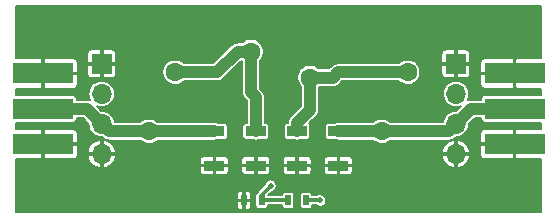
<source format=gtl>
G04 #@! TF.FileFunction,Copper,L1,Top,Signal*
%FSLAX46Y46*%
G04 Gerber Fmt 4.6, Leading zero omitted, Abs format (unit mm)*
G04 Created by KiCad (PCBNEW 4.0.7-e2-6376~58~ubuntu16.04.1) date Fri Jan 19 19:37:22 2018*
%MOMM*%
%LPD*%
G01*
G04 APERTURE LIST*
%ADD10C,0.100000*%
%ADD11C,0.500000*%
%ADD12R,5.080000X1.800000*%
%ADD13C,0.300000*%
%ADD14C,1.600000*%
%ADD15R,1.700000X0.900000*%
%ADD16R,1.700000X1.700000*%
%ADD17O,1.700000X1.700000*%
%ADD18R,0.500000X0.900000*%
%ADD19C,1.000000*%
%ADD20C,0.300000*%
%ADD21C,0.150000*%
G04 APERTURE END LIST*
D10*
D11*
X128800000Y-86000000D03*
X116300000Y-86000000D03*
X116300000Y-89400000D03*
X128800000Y-89400000D03*
X109500000Y-88000000D03*
X135400000Y-88000000D03*
X109500000Y-94000000D03*
X135400000Y-94000000D03*
X125800000Y-92950000D03*
X125800000Y-95950000D03*
X122300000Y-95950000D03*
X122300000Y-92950000D03*
X118800000Y-95950000D03*
X118800000Y-92950000D03*
X139350000Y-94000000D03*
X139350000Y-88000000D03*
X143500000Y-92500000D03*
X141300000Y-92500000D03*
X143500000Y-89500000D03*
X141300000Y-89500000D03*
X141300000Y-86400000D03*
X143500000Y-86400000D03*
X143500000Y-95600000D03*
X141300000Y-95600000D03*
X103650000Y-92500000D03*
X101500000Y-92500000D03*
X101500000Y-89500000D03*
X103700000Y-89500000D03*
X103700000Y-86400000D03*
X101500000Y-86400000D03*
X103700000Y-95600000D03*
X101500000Y-95600000D03*
X105700000Y-88000000D03*
X105700000Y-94000000D03*
D12*
X102560000Y-91000000D03*
X102560000Y-94000000D03*
D13*
X104600000Y-88000000D03*
X100600000Y-88000000D03*
X101600000Y-88500000D03*
X101600000Y-87500000D03*
X102600000Y-88000000D03*
X103600000Y-88500000D03*
X103600000Y-87500000D03*
X104600000Y-94000000D03*
X100600000Y-94000000D03*
X101600000Y-94500000D03*
X101600000Y-93500000D03*
X102600000Y-94000000D03*
X103600000Y-94500000D03*
X103600000Y-93500000D03*
D12*
X102560000Y-88000000D03*
X142460000Y-91000000D03*
X142460000Y-94000000D03*
D13*
X144500000Y-88000000D03*
X140500000Y-88000000D03*
X141500000Y-88500000D03*
X141500000Y-87500000D03*
X142500000Y-88000000D03*
X143500000Y-88500000D03*
X143500000Y-87500000D03*
X144500000Y-94000000D03*
X140500000Y-94000000D03*
X141500000Y-94500000D03*
X141500000Y-93500000D03*
X142500000Y-94000000D03*
X143500000Y-94500000D03*
X143500000Y-93500000D03*
D12*
X142460000Y-88000000D03*
D14*
X133400000Y-87900000D03*
X131200000Y-92900000D03*
X120150000Y-86150000D03*
X125150000Y-88350000D03*
X111500000Y-92900000D03*
X113700000Y-87900000D03*
D15*
X117050000Y-92900000D03*
X117050000Y-95800000D03*
X120550000Y-92900000D03*
X120550000Y-95800000D03*
X124050000Y-92900000D03*
X124050000Y-95800000D03*
X127550000Y-92900000D03*
X127550000Y-95800000D03*
D16*
X107500000Y-87190000D03*
D17*
X107500000Y-89730000D03*
X107500000Y-92270000D03*
X107500000Y-94810000D03*
D16*
X137500000Y-87190000D03*
D17*
X137500000Y-89730000D03*
X137500000Y-92270000D03*
X137500000Y-94810000D03*
D18*
X124800000Y-98750000D03*
X123300000Y-98750000D03*
X121050000Y-98750000D03*
X119550000Y-98750000D03*
D11*
X121800000Y-97500000D03*
X126000000Y-98750000D03*
D19*
X111500000Y-92900000D02*
X108130000Y-92900000D01*
X108130000Y-92900000D02*
X107500000Y-92270000D01*
X106230000Y-91000000D02*
X107500000Y-92270000D01*
X117050000Y-92900000D02*
X111500000Y-92900000D01*
X106230000Y-91000000D02*
X102560000Y-91000000D01*
X120550000Y-90000000D02*
X120150000Y-89600000D01*
X120150000Y-89600000D02*
X120150000Y-86150000D01*
X120550000Y-92900000D02*
X120550000Y-90000000D01*
X120150000Y-86150000D02*
X119018630Y-86150000D01*
X119018630Y-86150000D02*
X117268630Y-87900000D01*
X117268630Y-87900000D02*
X113700000Y-87900000D01*
X124050000Y-92900000D02*
X124050000Y-92150000D01*
X124050000Y-92150000D02*
X125150000Y-91050000D01*
X125150000Y-91050000D02*
X125150000Y-88350000D01*
X127550000Y-87900000D02*
X127100000Y-88350000D01*
X127100000Y-88350000D02*
X125150000Y-88350000D01*
X133400000Y-87900000D02*
X127550000Y-87900000D01*
X131200000Y-92900000D02*
X136870000Y-92900000D01*
D20*
X136870000Y-92900000D02*
X137500000Y-92270000D01*
D19*
X138770000Y-91000000D02*
X137500000Y-92270000D01*
X127550000Y-92900000D02*
X131200000Y-92900000D01*
X142460000Y-91000000D02*
X138770000Y-91000000D01*
D20*
X121050000Y-98750000D02*
X121050000Y-98250000D01*
X121050000Y-98250000D02*
X121800000Y-97500000D01*
X123300000Y-98750000D02*
X121050000Y-98750000D01*
X124800000Y-98750000D02*
X126000000Y-98750000D01*
D21*
G36*
X144720000Y-86725000D02*
X142628750Y-86725000D01*
X142535000Y-86818750D01*
X142535000Y-87925000D01*
X142555000Y-87925000D01*
X142555000Y-88075000D01*
X142535000Y-88075000D01*
X142535000Y-89181250D01*
X142628750Y-89275000D01*
X144720000Y-89275000D01*
X144720000Y-89823670D01*
X139920000Y-89823670D01*
X139876207Y-89827162D01*
X139801930Y-89850164D01*
X139737002Y-89892949D01*
X139686564Y-89952128D01*
X139654610Y-90023016D01*
X139643670Y-90100000D01*
X139643670Y-90225000D01*
X138770000Y-90225000D01*
X138698701Y-90231991D01*
X138627437Y-90238226D01*
X138623527Y-90239362D01*
X138619468Y-90239760D01*
X138550890Y-90260465D01*
X138482190Y-90280424D01*
X138480044Y-90281536D01*
X138542539Y-90165955D01*
X138607465Y-89956213D01*
X138630416Y-89737854D01*
X138610516Y-89519196D01*
X138548525Y-89308568D01*
X138446803Y-89113991D01*
X138309225Y-88942879D01*
X138141031Y-88801747D01*
X137948628Y-88695973D01*
X137739344Y-88629584D01*
X137521150Y-88605110D01*
X137505443Y-88605000D01*
X137494557Y-88605000D01*
X137276043Y-88626425D01*
X137065853Y-88689886D01*
X136871992Y-88792964D01*
X136701844Y-88931733D01*
X136561890Y-89100908D01*
X136457461Y-89294045D01*
X136392535Y-89503787D01*
X136369584Y-89722146D01*
X136389484Y-89940804D01*
X136451475Y-90151432D01*
X136553197Y-90346009D01*
X136690775Y-90517121D01*
X136858969Y-90658253D01*
X137051372Y-90764027D01*
X137260656Y-90830416D01*
X137478850Y-90854890D01*
X137494557Y-90855000D01*
X137505443Y-90855000D01*
X137723957Y-90833575D01*
X137890775Y-90783209D01*
X137528095Y-91145889D01*
X137521150Y-91145110D01*
X137505443Y-91145000D01*
X137494557Y-91145000D01*
X137276043Y-91166425D01*
X137065853Y-91229886D01*
X136871992Y-91332964D01*
X136701844Y-91471733D01*
X136561890Y-91640908D01*
X136457461Y-91834045D01*
X136392535Y-92043787D01*
X136383999Y-92125000D01*
X131945457Y-92125000D01*
X131888546Y-92067691D01*
X131713770Y-91949803D01*
X131519424Y-91868107D01*
X131312912Y-91825716D01*
X131102099Y-91824245D01*
X130895014Y-91863748D01*
X130699547Y-91942722D01*
X130523142Y-92058158D01*
X130454885Y-92125000D01*
X127550000Y-92125000D01*
X127399468Y-92139760D01*
X127287152Y-92173670D01*
X126700000Y-92173670D01*
X126656207Y-92177162D01*
X126581930Y-92200164D01*
X126517002Y-92242949D01*
X126466564Y-92302128D01*
X126434610Y-92373016D01*
X126423670Y-92450000D01*
X126423670Y-93350000D01*
X126427162Y-93393793D01*
X126450164Y-93468070D01*
X126492949Y-93532998D01*
X126552128Y-93583436D01*
X126623016Y-93615390D01*
X126700000Y-93626330D01*
X127288829Y-93626330D01*
X127388868Y-93658064D01*
X127539179Y-93674924D01*
X127550000Y-93675000D01*
X130453920Y-93675000D01*
X130499900Y-93722614D01*
X130673014Y-93842931D01*
X130866200Y-93927332D01*
X131072100Y-93972602D01*
X131282872Y-93977017D01*
X131490487Y-93940409D01*
X131687038Y-93864172D01*
X131865038Y-93751210D01*
X131945067Y-93675000D01*
X136870000Y-93675000D01*
X137020532Y-93660240D01*
X137165330Y-93616523D01*
X137298878Y-93545514D01*
X137416092Y-93449917D01*
X137463078Y-93393121D01*
X137478850Y-93394890D01*
X137494557Y-93395000D01*
X137505443Y-93395000D01*
X137723957Y-93373575D01*
X137934147Y-93310114D01*
X138128008Y-93207036D01*
X138298156Y-93068267D01*
X138302458Y-93063066D01*
X139545000Y-93063066D01*
X139545000Y-93831250D01*
X139638750Y-93925000D01*
X142385000Y-93925000D01*
X142385000Y-92818750D01*
X142291250Y-92725000D01*
X139883065Y-92725000D01*
X139810616Y-92739411D01*
X139742371Y-92767679D01*
X139680951Y-92808719D01*
X139628718Y-92860952D01*
X139587679Y-92922371D01*
X139559411Y-92990617D01*
X139545000Y-93063066D01*
X138302458Y-93063066D01*
X138438110Y-92899092D01*
X138542539Y-92705955D01*
X138607465Y-92496213D01*
X138630416Y-92277854D01*
X138626891Y-92239125D01*
X139091016Y-91775000D01*
X139643670Y-91775000D01*
X139643670Y-91900000D01*
X139647162Y-91943793D01*
X139670164Y-92018070D01*
X139712949Y-92082998D01*
X139772128Y-92133436D01*
X139843016Y-92165390D01*
X139920000Y-92176330D01*
X144720000Y-92176330D01*
X144720000Y-92725000D01*
X142628750Y-92725000D01*
X142535000Y-92818750D01*
X142535000Y-93925000D01*
X142555000Y-93925000D01*
X142555000Y-94075000D01*
X142535000Y-94075000D01*
X142535000Y-95181250D01*
X142628750Y-95275000D01*
X144720000Y-95275000D01*
X144720000Y-99720000D01*
X100280000Y-99720000D01*
X100280000Y-98918750D01*
X118925000Y-98918750D01*
X118925000Y-99236935D01*
X118939411Y-99309384D01*
X118967679Y-99377629D01*
X119008719Y-99439049D01*
X119060952Y-99491282D01*
X119122371Y-99532321D01*
X119190617Y-99560589D01*
X119263066Y-99575000D01*
X119381250Y-99575000D01*
X119475000Y-99481250D01*
X119475000Y-98825000D01*
X119625000Y-98825000D01*
X119625000Y-99481250D01*
X119718750Y-99575000D01*
X119836934Y-99575000D01*
X119909383Y-99560589D01*
X119977629Y-99532321D01*
X120039048Y-99491282D01*
X120091281Y-99439049D01*
X120132321Y-99377629D01*
X120160589Y-99309384D01*
X120175000Y-99236935D01*
X120175000Y-98918750D01*
X120081250Y-98825000D01*
X119625000Y-98825000D01*
X119475000Y-98825000D01*
X119018750Y-98825000D01*
X118925000Y-98918750D01*
X100280000Y-98918750D01*
X100280000Y-98263065D01*
X118925000Y-98263065D01*
X118925000Y-98581250D01*
X119018750Y-98675000D01*
X119475000Y-98675000D01*
X119475000Y-98018750D01*
X119625000Y-98018750D01*
X119625000Y-98675000D01*
X120081250Y-98675000D01*
X120175000Y-98581250D01*
X120175000Y-98300000D01*
X120523670Y-98300000D01*
X120523670Y-99200000D01*
X120527162Y-99243793D01*
X120550164Y-99318070D01*
X120592949Y-99382998D01*
X120652128Y-99433436D01*
X120723016Y-99465390D01*
X120800000Y-99476330D01*
X121300000Y-99476330D01*
X121343793Y-99472838D01*
X121418070Y-99449836D01*
X121482998Y-99407051D01*
X121533436Y-99347872D01*
X121565390Y-99276984D01*
X121576330Y-99200000D01*
X121576330Y-99175000D01*
X122773670Y-99175000D01*
X122773670Y-99200000D01*
X122777162Y-99243793D01*
X122800164Y-99318070D01*
X122842949Y-99382998D01*
X122902128Y-99433436D01*
X122973016Y-99465390D01*
X123050000Y-99476330D01*
X123550000Y-99476330D01*
X123593793Y-99472838D01*
X123668070Y-99449836D01*
X123732998Y-99407051D01*
X123783436Y-99347872D01*
X123815390Y-99276984D01*
X123826330Y-99200000D01*
X123826330Y-98300000D01*
X124273670Y-98300000D01*
X124273670Y-99200000D01*
X124277162Y-99243793D01*
X124300164Y-99318070D01*
X124342949Y-99382998D01*
X124402128Y-99433436D01*
X124473016Y-99465390D01*
X124550000Y-99476330D01*
X125050000Y-99476330D01*
X125093793Y-99472838D01*
X125168070Y-99449836D01*
X125232998Y-99407051D01*
X125283436Y-99347872D01*
X125315390Y-99276984D01*
X125326330Y-99200000D01*
X125326330Y-99175000D01*
X125691555Y-99175000D01*
X125742635Y-99210501D01*
X125836981Y-99251720D01*
X125937537Y-99273829D01*
X126040472Y-99275985D01*
X126141866Y-99258107D01*
X126237856Y-99220875D01*
X126324786Y-99165707D01*
X126399345Y-99094706D01*
X126458693Y-99010574D01*
X126500570Y-98916517D01*
X126523380Y-98816118D01*
X126525022Y-98698521D01*
X126505024Y-98597524D01*
X126465790Y-98502335D01*
X126408814Y-98416579D01*
X126336267Y-98343523D01*
X126250911Y-98285950D01*
X126155998Y-98246052D01*
X126055143Y-98225350D01*
X125952188Y-98224631D01*
X125851054Y-98243924D01*
X125755593Y-98282492D01*
X125690634Y-98325000D01*
X125326330Y-98325000D01*
X125326330Y-98300000D01*
X125322838Y-98256207D01*
X125299836Y-98181930D01*
X125257051Y-98117002D01*
X125197872Y-98066564D01*
X125126984Y-98034610D01*
X125050000Y-98023670D01*
X124550000Y-98023670D01*
X124506207Y-98027162D01*
X124431930Y-98050164D01*
X124367002Y-98092949D01*
X124316564Y-98152128D01*
X124284610Y-98223016D01*
X124273670Y-98300000D01*
X123826330Y-98300000D01*
X123822838Y-98256207D01*
X123799836Y-98181930D01*
X123757051Y-98117002D01*
X123697872Y-98066564D01*
X123626984Y-98034610D01*
X123550000Y-98023670D01*
X123050000Y-98023670D01*
X123006207Y-98027162D01*
X122931930Y-98050164D01*
X122867002Y-98092949D01*
X122816564Y-98152128D01*
X122784610Y-98223016D01*
X122773670Y-98300000D01*
X122773670Y-98325000D01*
X121576330Y-98325000D01*
X121576330Y-98324710D01*
X121882459Y-98018582D01*
X121941866Y-98008107D01*
X122037856Y-97970875D01*
X122124786Y-97915707D01*
X122199345Y-97844706D01*
X122258693Y-97760574D01*
X122300570Y-97666517D01*
X122323380Y-97566118D01*
X122325022Y-97448521D01*
X122305024Y-97347524D01*
X122265790Y-97252335D01*
X122208814Y-97166579D01*
X122136267Y-97093523D01*
X122050911Y-97035950D01*
X121955998Y-96996052D01*
X121855143Y-96975350D01*
X121752188Y-96974631D01*
X121651054Y-96993924D01*
X121555593Y-97032492D01*
X121469441Y-97088868D01*
X121395881Y-97160904D01*
X121337713Y-97245856D01*
X121297154Y-97340488D01*
X121280603Y-97418357D01*
X120749480Y-97949480D01*
X120724576Y-97979799D01*
X120699327Y-98009889D01*
X120698251Y-98011846D01*
X120696831Y-98013575D01*
X120678289Y-98048157D01*
X120674490Y-98055067D01*
X120617002Y-98092949D01*
X120566564Y-98152128D01*
X120534610Y-98223016D01*
X120523670Y-98300000D01*
X120175000Y-98300000D01*
X120175000Y-98263065D01*
X120160589Y-98190616D01*
X120132321Y-98122371D01*
X120091281Y-98060951D01*
X120039048Y-98008718D01*
X119977629Y-97967679D01*
X119909383Y-97939411D01*
X119836934Y-97925000D01*
X119718750Y-97925000D01*
X119625000Y-98018750D01*
X119475000Y-98018750D01*
X119381250Y-97925000D01*
X119263066Y-97925000D01*
X119190617Y-97939411D01*
X119122371Y-97967679D01*
X119060952Y-98008718D01*
X119008719Y-98060951D01*
X118967679Y-98122371D01*
X118939411Y-98190616D01*
X118925000Y-98263065D01*
X100280000Y-98263065D01*
X100280000Y-95275000D01*
X102391250Y-95275000D01*
X102485000Y-95181250D01*
X102485000Y-94075000D01*
X102635000Y-94075000D01*
X102635000Y-95181250D01*
X102728750Y-95275000D01*
X105136935Y-95275000D01*
X105209384Y-95260589D01*
X105277629Y-95232321D01*
X105339049Y-95191281D01*
X105391282Y-95139048D01*
X105432321Y-95077629D01*
X105433265Y-95075349D01*
X106304084Y-95075349D01*
X106358208Y-95253787D01*
X106466726Y-95468012D01*
X106614952Y-95656950D01*
X106797190Y-95813340D01*
X107006436Y-95931173D01*
X107234650Y-96005919D01*
X107425000Y-95938955D01*
X107425000Y-94885000D01*
X107575000Y-94885000D01*
X107575000Y-95938955D01*
X107765350Y-96005919D01*
X107878834Y-95968750D01*
X115825000Y-95968750D01*
X115825000Y-96286934D01*
X115839411Y-96359383D01*
X115867679Y-96427629D01*
X115908718Y-96489048D01*
X115960951Y-96541281D01*
X116022371Y-96582321D01*
X116090616Y-96610589D01*
X116163065Y-96625000D01*
X116881250Y-96625000D01*
X116975000Y-96531250D01*
X116975000Y-95875000D01*
X117125000Y-95875000D01*
X117125000Y-96531250D01*
X117218750Y-96625000D01*
X117936935Y-96625000D01*
X118009384Y-96610589D01*
X118077629Y-96582321D01*
X118139049Y-96541281D01*
X118191282Y-96489048D01*
X118232321Y-96427629D01*
X118260589Y-96359383D01*
X118275000Y-96286934D01*
X118275000Y-95968750D01*
X119325000Y-95968750D01*
X119325000Y-96286934D01*
X119339411Y-96359383D01*
X119367679Y-96427629D01*
X119408718Y-96489048D01*
X119460951Y-96541281D01*
X119522371Y-96582321D01*
X119590616Y-96610589D01*
X119663065Y-96625000D01*
X120381250Y-96625000D01*
X120475000Y-96531250D01*
X120475000Y-95875000D01*
X120625000Y-95875000D01*
X120625000Y-96531250D01*
X120718750Y-96625000D01*
X121436935Y-96625000D01*
X121509384Y-96610589D01*
X121577629Y-96582321D01*
X121639049Y-96541281D01*
X121691282Y-96489048D01*
X121732321Y-96427629D01*
X121760589Y-96359383D01*
X121775000Y-96286934D01*
X121775000Y-95968750D01*
X122825000Y-95968750D01*
X122825000Y-96286934D01*
X122839411Y-96359383D01*
X122867679Y-96427629D01*
X122908718Y-96489048D01*
X122960951Y-96541281D01*
X123022371Y-96582321D01*
X123090616Y-96610589D01*
X123163065Y-96625000D01*
X123881250Y-96625000D01*
X123975000Y-96531250D01*
X123975000Y-95875000D01*
X124125000Y-95875000D01*
X124125000Y-96531250D01*
X124218750Y-96625000D01*
X124936935Y-96625000D01*
X125009384Y-96610589D01*
X125077629Y-96582321D01*
X125139049Y-96541281D01*
X125191282Y-96489048D01*
X125232321Y-96427629D01*
X125260589Y-96359383D01*
X125275000Y-96286934D01*
X125275000Y-95968750D01*
X126325000Y-95968750D01*
X126325000Y-96286934D01*
X126339411Y-96359383D01*
X126367679Y-96427629D01*
X126408718Y-96489048D01*
X126460951Y-96541281D01*
X126522371Y-96582321D01*
X126590616Y-96610589D01*
X126663065Y-96625000D01*
X127381250Y-96625000D01*
X127475000Y-96531250D01*
X127475000Y-95875000D01*
X127625000Y-95875000D01*
X127625000Y-96531250D01*
X127718750Y-96625000D01*
X128436935Y-96625000D01*
X128509384Y-96610589D01*
X128577629Y-96582321D01*
X128639049Y-96541281D01*
X128691282Y-96489048D01*
X128732321Y-96427629D01*
X128760589Y-96359383D01*
X128775000Y-96286934D01*
X128775000Y-95968750D01*
X128681250Y-95875000D01*
X127625000Y-95875000D01*
X127475000Y-95875000D01*
X126418750Y-95875000D01*
X126325000Y-95968750D01*
X125275000Y-95968750D01*
X125181250Y-95875000D01*
X124125000Y-95875000D01*
X123975000Y-95875000D01*
X122918750Y-95875000D01*
X122825000Y-95968750D01*
X121775000Y-95968750D01*
X121681250Y-95875000D01*
X120625000Y-95875000D01*
X120475000Y-95875000D01*
X119418750Y-95875000D01*
X119325000Y-95968750D01*
X118275000Y-95968750D01*
X118181250Y-95875000D01*
X117125000Y-95875000D01*
X116975000Y-95875000D01*
X115918750Y-95875000D01*
X115825000Y-95968750D01*
X107878834Y-95968750D01*
X107993564Y-95931173D01*
X108202810Y-95813340D01*
X108385048Y-95656950D01*
X108533274Y-95468012D01*
X108611763Y-95313066D01*
X115825000Y-95313066D01*
X115825000Y-95631250D01*
X115918750Y-95725000D01*
X116975000Y-95725000D01*
X116975000Y-95068750D01*
X117125000Y-95068750D01*
X117125000Y-95725000D01*
X118181250Y-95725000D01*
X118275000Y-95631250D01*
X118275000Y-95313066D01*
X119325000Y-95313066D01*
X119325000Y-95631250D01*
X119418750Y-95725000D01*
X120475000Y-95725000D01*
X120475000Y-95068750D01*
X120625000Y-95068750D01*
X120625000Y-95725000D01*
X121681250Y-95725000D01*
X121775000Y-95631250D01*
X121775000Y-95313066D01*
X122825000Y-95313066D01*
X122825000Y-95631250D01*
X122918750Y-95725000D01*
X123975000Y-95725000D01*
X123975000Y-95068750D01*
X124125000Y-95068750D01*
X124125000Y-95725000D01*
X125181250Y-95725000D01*
X125275000Y-95631250D01*
X125275000Y-95313066D01*
X126325000Y-95313066D01*
X126325000Y-95631250D01*
X126418750Y-95725000D01*
X127475000Y-95725000D01*
X127475000Y-95068750D01*
X127625000Y-95068750D01*
X127625000Y-95725000D01*
X128681250Y-95725000D01*
X128775000Y-95631250D01*
X128775000Y-95313066D01*
X128760589Y-95240617D01*
X128732321Y-95172371D01*
X128691282Y-95110952D01*
X128655679Y-95075349D01*
X136304084Y-95075349D01*
X136358208Y-95253787D01*
X136466726Y-95468012D01*
X136614952Y-95656950D01*
X136797190Y-95813340D01*
X137006436Y-95931173D01*
X137234650Y-96005919D01*
X137425000Y-95938955D01*
X137425000Y-94885000D01*
X137575000Y-94885000D01*
X137575000Y-95938955D01*
X137765350Y-96005919D01*
X137993564Y-95931173D01*
X138202810Y-95813340D01*
X138385048Y-95656950D01*
X138533274Y-95468012D01*
X138641792Y-95253787D01*
X138695916Y-95075349D01*
X138628761Y-94885000D01*
X137575000Y-94885000D01*
X137425000Y-94885000D01*
X136371239Y-94885000D01*
X136304084Y-95075349D01*
X128655679Y-95075349D01*
X128639049Y-95058719D01*
X128577629Y-95017679D01*
X128509384Y-94989411D01*
X128436935Y-94975000D01*
X127718750Y-94975000D01*
X127625000Y-95068750D01*
X127475000Y-95068750D01*
X127381250Y-94975000D01*
X126663065Y-94975000D01*
X126590616Y-94989411D01*
X126522371Y-95017679D01*
X126460951Y-95058719D01*
X126408718Y-95110952D01*
X126367679Y-95172371D01*
X126339411Y-95240617D01*
X126325000Y-95313066D01*
X125275000Y-95313066D01*
X125260589Y-95240617D01*
X125232321Y-95172371D01*
X125191282Y-95110952D01*
X125139049Y-95058719D01*
X125077629Y-95017679D01*
X125009384Y-94989411D01*
X124936935Y-94975000D01*
X124218750Y-94975000D01*
X124125000Y-95068750D01*
X123975000Y-95068750D01*
X123881250Y-94975000D01*
X123163065Y-94975000D01*
X123090616Y-94989411D01*
X123022371Y-95017679D01*
X122960951Y-95058719D01*
X122908718Y-95110952D01*
X122867679Y-95172371D01*
X122839411Y-95240617D01*
X122825000Y-95313066D01*
X121775000Y-95313066D01*
X121760589Y-95240617D01*
X121732321Y-95172371D01*
X121691282Y-95110952D01*
X121639049Y-95058719D01*
X121577629Y-95017679D01*
X121509384Y-94989411D01*
X121436935Y-94975000D01*
X120718750Y-94975000D01*
X120625000Y-95068750D01*
X120475000Y-95068750D01*
X120381250Y-94975000D01*
X119663065Y-94975000D01*
X119590616Y-94989411D01*
X119522371Y-95017679D01*
X119460951Y-95058719D01*
X119408718Y-95110952D01*
X119367679Y-95172371D01*
X119339411Y-95240617D01*
X119325000Y-95313066D01*
X118275000Y-95313066D01*
X118260589Y-95240617D01*
X118232321Y-95172371D01*
X118191282Y-95110952D01*
X118139049Y-95058719D01*
X118077629Y-95017679D01*
X118009384Y-94989411D01*
X117936935Y-94975000D01*
X117218750Y-94975000D01*
X117125000Y-95068750D01*
X116975000Y-95068750D01*
X116881250Y-94975000D01*
X116163065Y-94975000D01*
X116090616Y-94989411D01*
X116022371Y-95017679D01*
X115960951Y-95058719D01*
X115908718Y-95110952D01*
X115867679Y-95172371D01*
X115839411Y-95240617D01*
X115825000Y-95313066D01*
X108611763Y-95313066D01*
X108641792Y-95253787D01*
X108695916Y-95075349D01*
X108628761Y-94885000D01*
X107575000Y-94885000D01*
X107425000Y-94885000D01*
X106371239Y-94885000D01*
X106304084Y-95075349D01*
X105433265Y-95075349D01*
X105460589Y-95009383D01*
X105475000Y-94936934D01*
X105475000Y-94544651D01*
X106304084Y-94544651D01*
X106371239Y-94735000D01*
X107425000Y-94735000D01*
X107425000Y-93681045D01*
X107575000Y-93681045D01*
X107575000Y-94735000D01*
X108628761Y-94735000D01*
X108695916Y-94544651D01*
X136304084Y-94544651D01*
X136371239Y-94735000D01*
X137425000Y-94735000D01*
X137425000Y-93681045D01*
X137575000Y-93681045D01*
X137575000Y-94735000D01*
X138628761Y-94735000D01*
X138695916Y-94544651D01*
X138641792Y-94366213D01*
X138541765Y-94168750D01*
X139545000Y-94168750D01*
X139545000Y-94936934D01*
X139559411Y-95009383D01*
X139587679Y-95077629D01*
X139628718Y-95139048D01*
X139680951Y-95191281D01*
X139742371Y-95232321D01*
X139810616Y-95260589D01*
X139883065Y-95275000D01*
X142291250Y-95275000D01*
X142385000Y-95181250D01*
X142385000Y-94075000D01*
X139638750Y-94075000D01*
X139545000Y-94168750D01*
X138541765Y-94168750D01*
X138533274Y-94151988D01*
X138385048Y-93963050D01*
X138202810Y-93806660D01*
X137993564Y-93688827D01*
X137765350Y-93614081D01*
X137575000Y-93681045D01*
X137425000Y-93681045D01*
X137234650Y-93614081D01*
X137006436Y-93688827D01*
X136797190Y-93806660D01*
X136614952Y-93963050D01*
X136466726Y-94151988D01*
X136358208Y-94366213D01*
X136304084Y-94544651D01*
X108695916Y-94544651D01*
X108641792Y-94366213D01*
X108533274Y-94151988D01*
X108385048Y-93963050D01*
X108202810Y-93806660D01*
X107993564Y-93688827D01*
X107765350Y-93614081D01*
X107575000Y-93681045D01*
X107425000Y-93681045D01*
X107234650Y-93614081D01*
X107006436Y-93688827D01*
X106797190Y-93806660D01*
X106614952Y-93963050D01*
X106466726Y-94151988D01*
X106358208Y-94366213D01*
X106304084Y-94544651D01*
X105475000Y-94544651D01*
X105475000Y-94168750D01*
X105381250Y-94075000D01*
X102635000Y-94075000D01*
X102485000Y-94075000D01*
X102465000Y-94075000D01*
X102465000Y-93925000D01*
X102485000Y-93925000D01*
X102485000Y-92818750D01*
X102635000Y-92818750D01*
X102635000Y-93925000D01*
X105381250Y-93925000D01*
X105475000Y-93831250D01*
X105475000Y-93063066D01*
X105460589Y-92990617D01*
X105432321Y-92922371D01*
X105391282Y-92860952D01*
X105339049Y-92808719D01*
X105277629Y-92767679D01*
X105209384Y-92739411D01*
X105136935Y-92725000D01*
X102728750Y-92725000D01*
X102635000Y-92818750D01*
X102485000Y-92818750D01*
X102391250Y-92725000D01*
X100280000Y-92725000D01*
X100280000Y-92176330D01*
X105100000Y-92176330D01*
X105143793Y-92172838D01*
X105218070Y-92149836D01*
X105282998Y-92107051D01*
X105333436Y-92047872D01*
X105365390Y-91976984D01*
X105376330Y-91900000D01*
X105376330Y-91775000D01*
X105908984Y-91775000D01*
X106372109Y-92238125D01*
X106369584Y-92262146D01*
X106389484Y-92480804D01*
X106451475Y-92691432D01*
X106553197Y-92886009D01*
X106690775Y-93057121D01*
X106858969Y-93198253D01*
X107051372Y-93304027D01*
X107260656Y-93370416D01*
X107478850Y-93394890D01*
X107494557Y-93395000D01*
X107505443Y-93395000D01*
X107526883Y-93392898D01*
X107581993Y-93448008D01*
X107637296Y-93493434D01*
X107692151Y-93539463D01*
X107695724Y-93541427D01*
X107698872Y-93544013D01*
X107761929Y-93577824D01*
X107824695Y-93612330D01*
X107828582Y-93613563D01*
X107832172Y-93615488D01*
X107900617Y-93636414D01*
X107968868Y-93658064D01*
X107972918Y-93658518D01*
X107976816Y-93659710D01*
X108048090Y-93666950D01*
X108119179Y-93674924D01*
X108127137Y-93674980D01*
X108127296Y-93674996D01*
X108127444Y-93674982D01*
X108130000Y-93675000D01*
X110753920Y-93675000D01*
X110799900Y-93722614D01*
X110973014Y-93842931D01*
X111166200Y-93927332D01*
X111372100Y-93972602D01*
X111582872Y-93977017D01*
X111790487Y-93940409D01*
X111987038Y-93864172D01*
X112165038Y-93751210D01*
X112245067Y-93675000D01*
X117050000Y-93675000D01*
X117200532Y-93660240D01*
X117312848Y-93626330D01*
X117900000Y-93626330D01*
X117943793Y-93622838D01*
X118018070Y-93599836D01*
X118082998Y-93557051D01*
X118133436Y-93497872D01*
X118165390Y-93426984D01*
X118176330Y-93350000D01*
X118176330Y-92450000D01*
X118172838Y-92406207D01*
X118149836Y-92331930D01*
X118107051Y-92267002D01*
X118047872Y-92216564D01*
X117976984Y-92184610D01*
X117900000Y-92173670D01*
X117311171Y-92173670D01*
X117211132Y-92141936D01*
X117060821Y-92125076D01*
X117050000Y-92125000D01*
X112245457Y-92125000D01*
X112188546Y-92067691D01*
X112013770Y-91949803D01*
X111819424Y-91868107D01*
X111612912Y-91825716D01*
X111402099Y-91824245D01*
X111195014Y-91863748D01*
X110999547Y-91942722D01*
X110823142Y-92058158D01*
X110754885Y-92125000D01*
X108616505Y-92125000D01*
X108610516Y-92059196D01*
X108548525Y-91848568D01*
X108446803Y-91653991D01*
X108309225Y-91482879D01*
X108141031Y-91341747D01*
X107948628Y-91235973D01*
X107739344Y-91169584D01*
X107521150Y-91145110D01*
X107505443Y-91145000D01*
X107494557Y-91145000D01*
X107473118Y-91147102D01*
X107108010Y-90781994D01*
X107260656Y-90830416D01*
X107478850Y-90854890D01*
X107494557Y-90855000D01*
X107505443Y-90855000D01*
X107723957Y-90833575D01*
X107934147Y-90770114D01*
X108128008Y-90667036D01*
X108298156Y-90528267D01*
X108438110Y-90359092D01*
X108542539Y-90165955D01*
X108607465Y-89956213D01*
X108630416Y-89737854D01*
X108610516Y-89519196D01*
X108548525Y-89308568D01*
X108446803Y-89113991D01*
X108309225Y-88942879D01*
X108141031Y-88801747D01*
X107948628Y-88695973D01*
X107739344Y-88629584D01*
X107521150Y-88605110D01*
X107505443Y-88605000D01*
X107494557Y-88605000D01*
X107276043Y-88626425D01*
X107065853Y-88689886D01*
X106871992Y-88792964D01*
X106701844Y-88931733D01*
X106561890Y-89100908D01*
X106457461Y-89294045D01*
X106392535Y-89503787D01*
X106369584Y-89722146D01*
X106389484Y-89940804D01*
X106451475Y-90151432D01*
X106519757Y-90282045D01*
X106459370Y-90263582D01*
X106391132Y-90241936D01*
X106387083Y-90241482D01*
X106383185Y-90240290D01*
X106311945Y-90233054D01*
X106240821Y-90225076D01*
X106232853Y-90225020D01*
X106232705Y-90225005D01*
X106232567Y-90225018D01*
X106230000Y-90225000D01*
X105376330Y-90225000D01*
X105376330Y-90100000D01*
X105372838Y-90056207D01*
X105349836Y-89981930D01*
X105307051Y-89917002D01*
X105247872Y-89866564D01*
X105176984Y-89834610D01*
X105100000Y-89823670D01*
X100280000Y-89823670D01*
X100280000Y-89275000D01*
X102391250Y-89275000D01*
X102485000Y-89181250D01*
X102485000Y-88075000D01*
X102635000Y-88075000D01*
X102635000Y-89181250D01*
X102728750Y-89275000D01*
X105136935Y-89275000D01*
X105209384Y-89260589D01*
X105277629Y-89232321D01*
X105339049Y-89191281D01*
X105391282Y-89139048D01*
X105432321Y-89077629D01*
X105460589Y-89009383D01*
X105475000Y-88936934D01*
X105475000Y-88168750D01*
X105381250Y-88075000D01*
X102635000Y-88075000D01*
X102485000Y-88075000D01*
X102465000Y-88075000D01*
X102465000Y-87925000D01*
X102485000Y-87925000D01*
X102485000Y-86818750D01*
X102635000Y-86818750D01*
X102635000Y-87925000D01*
X105381250Y-87925000D01*
X105475000Y-87831250D01*
X105475000Y-87358750D01*
X106275000Y-87358750D01*
X106275000Y-88076935D01*
X106289411Y-88149384D01*
X106317679Y-88217629D01*
X106358719Y-88279049D01*
X106410952Y-88331282D01*
X106472371Y-88372321D01*
X106540617Y-88400589D01*
X106613066Y-88415000D01*
X107331250Y-88415000D01*
X107425000Y-88321250D01*
X107425000Y-87265000D01*
X107575000Y-87265000D01*
X107575000Y-88321250D01*
X107668750Y-88415000D01*
X108386934Y-88415000D01*
X108459383Y-88400589D01*
X108527629Y-88372321D01*
X108589048Y-88331282D01*
X108641281Y-88279049D01*
X108682321Y-88217629D01*
X108710589Y-88149384D01*
X108725000Y-88076935D01*
X108725000Y-87990389D01*
X112623587Y-87990389D01*
X112661644Y-88197744D01*
X112739252Y-88393758D01*
X112853454Y-88570964D01*
X112999900Y-88722614D01*
X113173014Y-88842931D01*
X113366200Y-88927332D01*
X113572100Y-88972602D01*
X113782872Y-88977017D01*
X113990487Y-88940409D01*
X114187038Y-88864172D01*
X114365038Y-88751210D01*
X114445067Y-88675000D01*
X117268630Y-88675000D01*
X117339879Y-88668014D01*
X117411193Y-88661775D01*
X117415108Y-88660637D01*
X117419162Y-88660240D01*
X117487653Y-88639562D01*
X117556440Y-88619577D01*
X117560060Y-88617700D01*
X117563960Y-88616523D01*
X117627141Y-88582929D01*
X117690725Y-88549970D01*
X117693911Y-88547426D01*
X117697508Y-88545514D01*
X117752989Y-88500265D01*
X117808932Y-88455606D01*
X117814605Y-88450012D01*
X117814722Y-88449917D01*
X117814811Y-88449809D01*
X117816638Y-88448008D01*
X119339646Y-86925000D01*
X119375000Y-86925000D01*
X119375000Y-89600000D01*
X119381986Y-89671249D01*
X119388225Y-89742563D01*
X119389363Y-89746478D01*
X119389760Y-89750532D01*
X119410438Y-89819023D01*
X119430423Y-89887810D01*
X119432300Y-89891430D01*
X119433477Y-89895330D01*
X119467071Y-89958511D01*
X119500030Y-90022095D01*
X119502574Y-90025281D01*
X119504486Y-90028878D01*
X119549735Y-90084359D01*
X119594394Y-90140302D01*
X119599988Y-90145975D01*
X119600083Y-90146092D01*
X119600191Y-90146181D01*
X119601992Y-90148008D01*
X119775000Y-90321016D01*
X119775000Y-92173670D01*
X119700000Y-92173670D01*
X119656207Y-92177162D01*
X119581930Y-92200164D01*
X119517002Y-92242949D01*
X119466564Y-92302128D01*
X119434610Y-92373016D01*
X119423670Y-92450000D01*
X119423670Y-93350000D01*
X119427162Y-93393793D01*
X119450164Y-93468070D01*
X119492949Y-93532998D01*
X119552128Y-93583436D01*
X119623016Y-93615390D01*
X119700000Y-93626330D01*
X120288073Y-93626330D01*
X120394165Y-93659171D01*
X120544590Y-93674981D01*
X120695221Y-93661273D01*
X120813944Y-93626330D01*
X121400000Y-93626330D01*
X121443793Y-93622838D01*
X121518070Y-93599836D01*
X121582998Y-93557051D01*
X121633436Y-93497872D01*
X121665390Y-93426984D01*
X121676330Y-93350000D01*
X121676330Y-92450000D01*
X122923670Y-92450000D01*
X122923670Y-93350000D01*
X122927162Y-93393793D01*
X122950164Y-93468070D01*
X122992949Y-93532998D01*
X123052128Y-93583436D01*
X123123016Y-93615390D01*
X123200000Y-93626330D01*
X123788073Y-93626330D01*
X123894165Y-93659171D01*
X124044590Y-93674981D01*
X124195221Y-93661273D01*
X124313944Y-93626330D01*
X124900000Y-93626330D01*
X124943793Y-93622838D01*
X125018070Y-93599836D01*
X125082998Y-93557051D01*
X125133436Y-93497872D01*
X125165390Y-93426984D01*
X125176330Y-93350000D01*
X125176330Y-92450000D01*
X125172838Y-92406207D01*
X125149836Y-92331930D01*
X125107051Y-92267002D01*
X125064921Y-92231095D01*
X125698008Y-91598008D01*
X125743473Y-91542658D01*
X125789463Y-91487849D01*
X125791426Y-91484279D01*
X125794013Y-91481129D01*
X125827835Y-91418050D01*
X125862330Y-91355305D01*
X125863563Y-91351418D01*
X125865488Y-91347828D01*
X125886418Y-91279370D01*
X125908064Y-91211132D01*
X125908518Y-91207083D01*
X125909710Y-91203185D01*
X125916946Y-91131945D01*
X125924924Y-91060821D01*
X125924980Y-91052853D01*
X125924995Y-91052705D01*
X125924982Y-91052567D01*
X125925000Y-91050000D01*
X125925000Y-89125000D01*
X127100000Y-89125000D01*
X127171249Y-89118014D01*
X127242563Y-89111775D01*
X127246478Y-89110637D01*
X127250532Y-89110240D01*
X127319023Y-89089562D01*
X127387810Y-89069577D01*
X127391430Y-89067700D01*
X127395330Y-89066523D01*
X127458511Y-89032929D01*
X127522095Y-88999970D01*
X127525281Y-88997426D01*
X127528878Y-88995514D01*
X127584359Y-88950265D01*
X127640302Y-88905606D01*
X127645975Y-88900012D01*
X127646092Y-88899917D01*
X127646181Y-88899809D01*
X127648008Y-88898008D01*
X127871016Y-88675000D01*
X132653920Y-88675000D01*
X132699900Y-88722614D01*
X132873014Y-88842931D01*
X133066200Y-88927332D01*
X133272100Y-88972602D01*
X133482872Y-88977017D01*
X133690487Y-88940409D01*
X133887038Y-88864172D01*
X134065038Y-88751210D01*
X134217707Y-88605826D01*
X134339229Y-88433556D01*
X134424977Y-88240964D01*
X134471683Y-88035385D01*
X134475046Y-87794591D01*
X134434097Y-87587788D01*
X134353761Y-87392876D01*
X134331088Y-87358750D01*
X136275000Y-87358750D01*
X136275000Y-88076935D01*
X136289411Y-88149384D01*
X136317679Y-88217629D01*
X136358719Y-88279049D01*
X136410952Y-88331282D01*
X136472371Y-88372321D01*
X136540617Y-88400589D01*
X136613066Y-88415000D01*
X137331250Y-88415000D01*
X137425000Y-88321250D01*
X137425000Y-87265000D01*
X137575000Y-87265000D01*
X137575000Y-88321250D01*
X137668750Y-88415000D01*
X138386934Y-88415000D01*
X138459383Y-88400589D01*
X138527629Y-88372321D01*
X138589048Y-88331282D01*
X138641281Y-88279049D01*
X138682321Y-88217629D01*
X138702567Y-88168750D01*
X139545000Y-88168750D01*
X139545000Y-88936934D01*
X139559411Y-89009383D01*
X139587679Y-89077629D01*
X139628718Y-89139048D01*
X139680951Y-89191281D01*
X139742371Y-89232321D01*
X139810616Y-89260589D01*
X139883065Y-89275000D01*
X142291250Y-89275000D01*
X142385000Y-89181250D01*
X142385000Y-88075000D01*
X139638750Y-88075000D01*
X139545000Y-88168750D01*
X138702567Y-88168750D01*
X138710589Y-88149384D01*
X138725000Y-88076935D01*
X138725000Y-87358750D01*
X138631250Y-87265000D01*
X137575000Y-87265000D01*
X137425000Y-87265000D01*
X136368750Y-87265000D01*
X136275000Y-87358750D01*
X134331088Y-87358750D01*
X134237096Y-87217281D01*
X134088546Y-87067691D01*
X133913770Y-86949803D01*
X133719424Y-86868107D01*
X133512912Y-86825716D01*
X133302099Y-86824245D01*
X133095014Y-86863748D01*
X132899547Y-86942722D01*
X132723142Y-87058158D01*
X132654885Y-87125000D01*
X127550000Y-87125000D01*
X127478751Y-87131986D01*
X127407437Y-87138225D01*
X127403522Y-87139363D01*
X127399468Y-87139760D01*
X127330977Y-87160438D01*
X127262190Y-87180423D01*
X127258570Y-87182300D01*
X127254670Y-87183477D01*
X127191489Y-87217071D01*
X127127905Y-87250030D01*
X127124719Y-87252574D01*
X127121122Y-87254486D01*
X127065641Y-87299735D01*
X127009698Y-87344394D01*
X127004025Y-87349988D01*
X127003908Y-87350083D01*
X127003819Y-87350191D01*
X127001992Y-87351992D01*
X126778984Y-87575000D01*
X125895457Y-87575000D01*
X125838546Y-87517691D01*
X125663770Y-87399803D01*
X125469424Y-87318107D01*
X125262912Y-87275716D01*
X125052099Y-87274245D01*
X124845014Y-87313748D01*
X124649547Y-87392722D01*
X124473142Y-87508158D01*
X124322518Y-87655660D01*
X124203413Y-87829609D01*
X124120362Y-88023380D01*
X124076531Y-88229591D01*
X124073587Y-88440389D01*
X124111644Y-88647744D01*
X124189252Y-88843758D01*
X124303454Y-89020964D01*
X124375000Y-89095052D01*
X124375000Y-90728984D01*
X123501992Y-91601992D01*
X123456527Y-91657342D01*
X123410537Y-91712151D01*
X123408574Y-91715721D01*
X123405987Y-91718871D01*
X123372165Y-91781950D01*
X123337670Y-91844695D01*
X123336437Y-91848582D01*
X123334512Y-91852172D01*
X123313582Y-91920630D01*
X123291936Y-91988868D01*
X123291482Y-91992917D01*
X123290290Y-91996815D01*
X123283054Y-92068055D01*
X123275076Y-92139179D01*
X123275020Y-92147147D01*
X123275005Y-92147295D01*
X123275018Y-92147433D01*
X123275000Y-92150000D01*
X123275000Y-92173670D01*
X123200000Y-92173670D01*
X123156207Y-92177162D01*
X123081930Y-92200164D01*
X123017002Y-92242949D01*
X122966564Y-92302128D01*
X122934610Y-92373016D01*
X122923670Y-92450000D01*
X121676330Y-92450000D01*
X121672838Y-92406207D01*
X121649836Y-92331930D01*
X121607051Y-92267002D01*
X121547872Y-92216564D01*
X121476984Y-92184610D01*
X121400000Y-92173670D01*
X121325000Y-92173670D01*
X121325000Y-90000000D01*
X121318009Y-89928701D01*
X121311774Y-89857437D01*
X121310638Y-89853527D01*
X121310240Y-89849468D01*
X121289535Y-89780890D01*
X121269576Y-89712190D01*
X121267702Y-89708574D01*
X121266523Y-89704670D01*
X121232889Y-89641414D01*
X121199969Y-89577905D01*
X121197428Y-89574722D01*
X121195514Y-89571122D01*
X121150238Y-89515607D01*
X121105605Y-89459697D01*
X121100016Y-89454029D01*
X121099917Y-89453908D01*
X121099805Y-89453815D01*
X121098007Y-89451992D01*
X120925000Y-89278985D01*
X120925000Y-86896495D01*
X120967707Y-86855826D01*
X121089229Y-86683556D01*
X121174977Y-86490964D01*
X121217666Y-86303065D01*
X136275000Y-86303065D01*
X136275000Y-87021250D01*
X136368750Y-87115000D01*
X137425000Y-87115000D01*
X137425000Y-86058750D01*
X137575000Y-86058750D01*
X137575000Y-87115000D01*
X138631250Y-87115000D01*
X138683184Y-87063066D01*
X139545000Y-87063066D01*
X139545000Y-87831250D01*
X139638750Y-87925000D01*
X142385000Y-87925000D01*
X142385000Y-86818750D01*
X142291250Y-86725000D01*
X139883065Y-86725000D01*
X139810616Y-86739411D01*
X139742371Y-86767679D01*
X139680951Y-86808719D01*
X139628718Y-86860952D01*
X139587679Y-86922371D01*
X139559411Y-86990617D01*
X139545000Y-87063066D01*
X138683184Y-87063066D01*
X138725000Y-87021250D01*
X138725000Y-86303065D01*
X138710589Y-86230616D01*
X138682321Y-86162371D01*
X138641281Y-86100951D01*
X138589048Y-86048718D01*
X138527629Y-86007679D01*
X138459383Y-85979411D01*
X138386934Y-85965000D01*
X137668750Y-85965000D01*
X137575000Y-86058750D01*
X137425000Y-86058750D01*
X137331250Y-85965000D01*
X136613066Y-85965000D01*
X136540617Y-85979411D01*
X136472371Y-86007679D01*
X136410952Y-86048718D01*
X136358719Y-86100951D01*
X136317679Y-86162371D01*
X136289411Y-86230616D01*
X136275000Y-86303065D01*
X121217666Y-86303065D01*
X121221683Y-86285385D01*
X121225046Y-86044591D01*
X121184097Y-85837788D01*
X121103761Y-85642876D01*
X120987096Y-85467281D01*
X120838546Y-85317691D01*
X120663770Y-85199803D01*
X120469424Y-85118107D01*
X120262912Y-85075716D01*
X120052099Y-85074245D01*
X119845014Y-85113748D01*
X119649547Y-85192722D01*
X119473142Y-85308158D01*
X119404885Y-85375000D01*
X119018630Y-85375000D01*
X118947373Y-85381987D01*
X118876068Y-85388225D01*
X118872153Y-85389362D01*
X118868098Y-85389760D01*
X118799595Y-85410442D01*
X118730820Y-85430423D01*
X118727200Y-85432300D01*
X118723300Y-85433477D01*
X118660099Y-85467082D01*
X118596536Y-85500030D01*
X118593352Y-85502572D01*
X118589752Y-85504486D01*
X118534249Y-85549753D01*
X118478328Y-85594394D01*
X118472655Y-85599988D01*
X118472538Y-85600083D01*
X118472449Y-85600191D01*
X118470622Y-85601992D01*
X116947614Y-87125000D01*
X114445457Y-87125000D01*
X114388546Y-87067691D01*
X114213770Y-86949803D01*
X114019424Y-86868107D01*
X113812912Y-86825716D01*
X113602099Y-86824245D01*
X113395014Y-86863748D01*
X113199547Y-86942722D01*
X113023142Y-87058158D01*
X112872518Y-87205660D01*
X112753413Y-87379609D01*
X112670362Y-87573380D01*
X112626531Y-87779591D01*
X112623587Y-87990389D01*
X108725000Y-87990389D01*
X108725000Y-87358750D01*
X108631250Y-87265000D01*
X107575000Y-87265000D01*
X107425000Y-87265000D01*
X106368750Y-87265000D01*
X106275000Y-87358750D01*
X105475000Y-87358750D01*
X105475000Y-87063066D01*
X105460589Y-86990617D01*
X105432321Y-86922371D01*
X105391282Y-86860952D01*
X105339049Y-86808719D01*
X105277629Y-86767679D01*
X105209384Y-86739411D01*
X105136935Y-86725000D01*
X102728750Y-86725000D01*
X102635000Y-86818750D01*
X102485000Y-86818750D01*
X102391250Y-86725000D01*
X100280000Y-86725000D01*
X100280000Y-86303065D01*
X106275000Y-86303065D01*
X106275000Y-87021250D01*
X106368750Y-87115000D01*
X107425000Y-87115000D01*
X107425000Y-86058750D01*
X107575000Y-86058750D01*
X107575000Y-87115000D01*
X108631250Y-87115000D01*
X108725000Y-87021250D01*
X108725000Y-86303065D01*
X108710589Y-86230616D01*
X108682321Y-86162371D01*
X108641281Y-86100951D01*
X108589048Y-86048718D01*
X108527629Y-86007679D01*
X108459383Y-85979411D01*
X108386934Y-85965000D01*
X107668750Y-85965000D01*
X107575000Y-86058750D01*
X107425000Y-86058750D01*
X107331250Y-85965000D01*
X106613066Y-85965000D01*
X106540617Y-85979411D01*
X106472371Y-86007679D01*
X106410952Y-86048718D01*
X106358719Y-86100951D01*
X106317679Y-86162371D01*
X106289411Y-86230616D01*
X106275000Y-86303065D01*
X100280000Y-86303065D01*
X100280000Y-82280000D01*
X144720000Y-82280000D01*
X144720000Y-86725000D01*
X144720000Y-86725000D01*
G37*
X144720000Y-86725000D02*
X142628750Y-86725000D01*
X142535000Y-86818750D01*
X142535000Y-87925000D01*
X142555000Y-87925000D01*
X142555000Y-88075000D01*
X142535000Y-88075000D01*
X142535000Y-89181250D01*
X142628750Y-89275000D01*
X144720000Y-89275000D01*
X144720000Y-89823670D01*
X139920000Y-89823670D01*
X139876207Y-89827162D01*
X139801930Y-89850164D01*
X139737002Y-89892949D01*
X139686564Y-89952128D01*
X139654610Y-90023016D01*
X139643670Y-90100000D01*
X139643670Y-90225000D01*
X138770000Y-90225000D01*
X138698701Y-90231991D01*
X138627437Y-90238226D01*
X138623527Y-90239362D01*
X138619468Y-90239760D01*
X138550890Y-90260465D01*
X138482190Y-90280424D01*
X138480044Y-90281536D01*
X138542539Y-90165955D01*
X138607465Y-89956213D01*
X138630416Y-89737854D01*
X138610516Y-89519196D01*
X138548525Y-89308568D01*
X138446803Y-89113991D01*
X138309225Y-88942879D01*
X138141031Y-88801747D01*
X137948628Y-88695973D01*
X137739344Y-88629584D01*
X137521150Y-88605110D01*
X137505443Y-88605000D01*
X137494557Y-88605000D01*
X137276043Y-88626425D01*
X137065853Y-88689886D01*
X136871992Y-88792964D01*
X136701844Y-88931733D01*
X136561890Y-89100908D01*
X136457461Y-89294045D01*
X136392535Y-89503787D01*
X136369584Y-89722146D01*
X136389484Y-89940804D01*
X136451475Y-90151432D01*
X136553197Y-90346009D01*
X136690775Y-90517121D01*
X136858969Y-90658253D01*
X137051372Y-90764027D01*
X137260656Y-90830416D01*
X137478850Y-90854890D01*
X137494557Y-90855000D01*
X137505443Y-90855000D01*
X137723957Y-90833575D01*
X137890775Y-90783209D01*
X137528095Y-91145889D01*
X137521150Y-91145110D01*
X137505443Y-91145000D01*
X137494557Y-91145000D01*
X137276043Y-91166425D01*
X137065853Y-91229886D01*
X136871992Y-91332964D01*
X136701844Y-91471733D01*
X136561890Y-91640908D01*
X136457461Y-91834045D01*
X136392535Y-92043787D01*
X136383999Y-92125000D01*
X131945457Y-92125000D01*
X131888546Y-92067691D01*
X131713770Y-91949803D01*
X131519424Y-91868107D01*
X131312912Y-91825716D01*
X131102099Y-91824245D01*
X130895014Y-91863748D01*
X130699547Y-91942722D01*
X130523142Y-92058158D01*
X130454885Y-92125000D01*
X127550000Y-92125000D01*
X127399468Y-92139760D01*
X127287152Y-92173670D01*
X126700000Y-92173670D01*
X126656207Y-92177162D01*
X126581930Y-92200164D01*
X126517002Y-92242949D01*
X126466564Y-92302128D01*
X126434610Y-92373016D01*
X126423670Y-92450000D01*
X126423670Y-93350000D01*
X126427162Y-93393793D01*
X126450164Y-93468070D01*
X126492949Y-93532998D01*
X126552128Y-93583436D01*
X126623016Y-93615390D01*
X126700000Y-93626330D01*
X127288829Y-93626330D01*
X127388868Y-93658064D01*
X127539179Y-93674924D01*
X127550000Y-93675000D01*
X130453920Y-93675000D01*
X130499900Y-93722614D01*
X130673014Y-93842931D01*
X130866200Y-93927332D01*
X131072100Y-93972602D01*
X131282872Y-93977017D01*
X131490487Y-93940409D01*
X131687038Y-93864172D01*
X131865038Y-93751210D01*
X131945067Y-93675000D01*
X136870000Y-93675000D01*
X137020532Y-93660240D01*
X137165330Y-93616523D01*
X137298878Y-93545514D01*
X137416092Y-93449917D01*
X137463078Y-93393121D01*
X137478850Y-93394890D01*
X137494557Y-93395000D01*
X137505443Y-93395000D01*
X137723957Y-93373575D01*
X137934147Y-93310114D01*
X138128008Y-93207036D01*
X138298156Y-93068267D01*
X138302458Y-93063066D01*
X139545000Y-93063066D01*
X139545000Y-93831250D01*
X139638750Y-93925000D01*
X142385000Y-93925000D01*
X142385000Y-92818750D01*
X142291250Y-92725000D01*
X139883065Y-92725000D01*
X139810616Y-92739411D01*
X139742371Y-92767679D01*
X139680951Y-92808719D01*
X139628718Y-92860952D01*
X139587679Y-92922371D01*
X139559411Y-92990617D01*
X139545000Y-93063066D01*
X138302458Y-93063066D01*
X138438110Y-92899092D01*
X138542539Y-92705955D01*
X138607465Y-92496213D01*
X138630416Y-92277854D01*
X138626891Y-92239125D01*
X139091016Y-91775000D01*
X139643670Y-91775000D01*
X139643670Y-91900000D01*
X139647162Y-91943793D01*
X139670164Y-92018070D01*
X139712949Y-92082998D01*
X139772128Y-92133436D01*
X139843016Y-92165390D01*
X139920000Y-92176330D01*
X144720000Y-92176330D01*
X144720000Y-92725000D01*
X142628750Y-92725000D01*
X142535000Y-92818750D01*
X142535000Y-93925000D01*
X142555000Y-93925000D01*
X142555000Y-94075000D01*
X142535000Y-94075000D01*
X142535000Y-95181250D01*
X142628750Y-95275000D01*
X144720000Y-95275000D01*
X144720000Y-99720000D01*
X100280000Y-99720000D01*
X100280000Y-98918750D01*
X118925000Y-98918750D01*
X118925000Y-99236935D01*
X118939411Y-99309384D01*
X118967679Y-99377629D01*
X119008719Y-99439049D01*
X119060952Y-99491282D01*
X119122371Y-99532321D01*
X119190617Y-99560589D01*
X119263066Y-99575000D01*
X119381250Y-99575000D01*
X119475000Y-99481250D01*
X119475000Y-98825000D01*
X119625000Y-98825000D01*
X119625000Y-99481250D01*
X119718750Y-99575000D01*
X119836934Y-99575000D01*
X119909383Y-99560589D01*
X119977629Y-99532321D01*
X120039048Y-99491282D01*
X120091281Y-99439049D01*
X120132321Y-99377629D01*
X120160589Y-99309384D01*
X120175000Y-99236935D01*
X120175000Y-98918750D01*
X120081250Y-98825000D01*
X119625000Y-98825000D01*
X119475000Y-98825000D01*
X119018750Y-98825000D01*
X118925000Y-98918750D01*
X100280000Y-98918750D01*
X100280000Y-98263065D01*
X118925000Y-98263065D01*
X118925000Y-98581250D01*
X119018750Y-98675000D01*
X119475000Y-98675000D01*
X119475000Y-98018750D01*
X119625000Y-98018750D01*
X119625000Y-98675000D01*
X120081250Y-98675000D01*
X120175000Y-98581250D01*
X120175000Y-98300000D01*
X120523670Y-98300000D01*
X120523670Y-99200000D01*
X120527162Y-99243793D01*
X120550164Y-99318070D01*
X120592949Y-99382998D01*
X120652128Y-99433436D01*
X120723016Y-99465390D01*
X120800000Y-99476330D01*
X121300000Y-99476330D01*
X121343793Y-99472838D01*
X121418070Y-99449836D01*
X121482998Y-99407051D01*
X121533436Y-99347872D01*
X121565390Y-99276984D01*
X121576330Y-99200000D01*
X121576330Y-99175000D01*
X122773670Y-99175000D01*
X122773670Y-99200000D01*
X122777162Y-99243793D01*
X122800164Y-99318070D01*
X122842949Y-99382998D01*
X122902128Y-99433436D01*
X122973016Y-99465390D01*
X123050000Y-99476330D01*
X123550000Y-99476330D01*
X123593793Y-99472838D01*
X123668070Y-99449836D01*
X123732998Y-99407051D01*
X123783436Y-99347872D01*
X123815390Y-99276984D01*
X123826330Y-99200000D01*
X123826330Y-98300000D01*
X124273670Y-98300000D01*
X124273670Y-99200000D01*
X124277162Y-99243793D01*
X124300164Y-99318070D01*
X124342949Y-99382998D01*
X124402128Y-99433436D01*
X124473016Y-99465390D01*
X124550000Y-99476330D01*
X125050000Y-99476330D01*
X125093793Y-99472838D01*
X125168070Y-99449836D01*
X125232998Y-99407051D01*
X125283436Y-99347872D01*
X125315390Y-99276984D01*
X125326330Y-99200000D01*
X125326330Y-99175000D01*
X125691555Y-99175000D01*
X125742635Y-99210501D01*
X125836981Y-99251720D01*
X125937537Y-99273829D01*
X126040472Y-99275985D01*
X126141866Y-99258107D01*
X126237856Y-99220875D01*
X126324786Y-99165707D01*
X126399345Y-99094706D01*
X126458693Y-99010574D01*
X126500570Y-98916517D01*
X126523380Y-98816118D01*
X126525022Y-98698521D01*
X126505024Y-98597524D01*
X126465790Y-98502335D01*
X126408814Y-98416579D01*
X126336267Y-98343523D01*
X126250911Y-98285950D01*
X126155998Y-98246052D01*
X126055143Y-98225350D01*
X125952188Y-98224631D01*
X125851054Y-98243924D01*
X125755593Y-98282492D01*
X125690634Y-98325000D01*
X125326330Y-98325000D01*
X125326330Y-98300000D01*
X125322838Y-98256207D01*
X125299836Y-98181930D01*
X125257051Y-98117002D01*
X125197872Y-98066564D01*
X125126984Y-98034610D01*
X125050000Y-98023670D01*
X124550000Y-98023670D01*
X124506207Y-98027162D01*
X124431930Y-98050164D01*
X124367002Y-98092949D01*
X124316564Y-98152128D01*
X124284610Y-98223016D01*
X124273670Y-98300000D01*
X123826330Y-98300000D01*
X123822838Y-98256207D01*
X123799836Y-98181930D01*
X123757051Y-98117002D01*
X123697872Y-98066564D01*
X123626984Y-98034610D01*
X123550000Y-98023670D01*
X123050000Y-98023670D01*
X123006207Y-98027162D01*
X122931930Y-98050164D01*
X122867002Y-98092949D01*
X122816564Y-98152128D01*
X122784610Y-98223016D01*
X122773670Y-98300000D01*
X122773670Y-98325000D01*
X121576330Y-98325000D01*
X121576330Y-98324710D01*
X121882459Y-98018582D01*
X121941866Y-98008107D01*
X122037856Y-97970875D01*
X122124786Y-97915707D01*
X122199345Y-97844706D01*
X122258693Y-97760574D01*
X122300570Y-97666517D01*
X122323380Y-97566118D01*
X122325022Y-97448521D01*
X122305024Y-97347524D01*
X122265790Y-97252335D01*
X122208814Y-97166579D01*
X122136267Y-97093523D01*
X122050911Y-97035950D01*
X121955998Y-96996052D01*
X121855143Y-96975350D01*
X121752188Y-96974631D01*
X121651054Y-96993924D01*
X121555593Y-97032492D01*
X121469441Y-97088868D01*
X121395881Y-97160904D01*
X121337713Y-97245856D01*
X121297154Y-97340488D01*
X121280603Y-97418357D01*
X120749480Y-97949480D01*
X120724576Y-97979799D01*
X120699327Y-98009889D01*
X120698251Y-98011846D01*
X120696831Y-98013575D01*
X120678289Y-98048157D01*
X120674490Y-98055067D01*
X120617002Y-98092949D01*
X120566564Y-98152128D01*
X120534610Y-98223016D01*
X120523670Y-98300000D01*
X120175000Y-98300000D01*
X120175000Y-98263065D01*
X120160589Y-98190616D01*
X120132321Y-98122371D01*
X120091281Y-98060951D01*
X120039048Y-98008718D01*
X119977629Y-97967679D01*
X119909383Y-97939411D01*
X119836934Y-97925000D01*
X119718750Y-97925000D01*
X119625000Y-98018750D01*
X119475000Y-98018750D01*
X119381250Y-97925000D01*
X119263066Y-97925000D01*
X119190617Y-97939411D01*
X119122371Y-97967679D01*
X119060952Y-98008718D01*
X119008719Y-98060951D01*
X118967679Y-98122371D01*
X118939411Y-98190616D01*
X118925000Y-98263065D01*
X100280000Y-98263065D01*
X100280000Y-95275000D01*
X102391250Y-95275000D01*
X102485000Y-95181250D01*
X102485000Y-94075000D01*
X102635000Y-94075000D01*
X102635000Y-95181250D01*
X102728750Y-95275000D01*
X105136935Y-95275000D01*
X105209384Y-95260589D01*
X105277629Y-95232321D01*
X105339049Y-95191281D01*
X105391282Y-95139048D01*
X105432321Y-95077629D01*
X105433265Y-95075349D01*
X106304084Y-95075349D01*
X106358208Y-95253787D01*
X106466726Y-95468012D01*
X106614952Y-95656950D01*
X106797190Y-95813340D01*
X107006436Y-95931173D01*
X107234650Y-96005919D01*
X107425000Y-95938955D01*
X107425000Y-94885000D01*
X107575000Y-94885000D01*
X107575000Y-95938955D01*
X107765350Y-96005919D01*
X107878834Y-95968750D01*
X115825000Y-95968750D01*
X115825000Y-96286934D01*
X115839411Y-96359383D01*
X115867679Y-96427629D01*
X115908718Y-96489048D01*
X115960951Y-96541281D01*
X116022371Y-96582321D01*
X116090616Y-96610589D01*
X116163065Y-96625000D01*
X116881250Y-96625000D01*
X116975000Y-96531250D01*
X116975000Y-95875000D01*
X117125000Y-95875000D01*
X117125000Y-96531250D01*
X117218750Y-96625000D01*
X117936935Y-96625000D01*
X118009384Y-96610589D01*
X118077629Y-96582321D01*
X118139049Y-96541281D01*
X118191282Y-96489048D01*
X118232321Y-96427629D01*
X118260589Y-96359383D01*
X118275000Y-96286934D01*
X118275000Y-95968750D01*
X119325000Y-95968750D01*
X119325000Y-96286934D01*
X119339411Y-96359383D01*
X119367679Y-96427629D01*
X119408718Y-96489048D01*
X119460951Y-96541281D01*
X119522371Y-96582321D01*
X119590616Y-96610589D01*
X119663065Y-96625000D01*
X120381250Y-96625000D01*
X120475000Y-96531250D01*
X120475000Y-95875000D01*
X120625000Y-95875000D01*
X120625000Y-96531250D01*
X120718750Y-96625000D01*
X121436935Y-96625000D01*
X121509384Y-96610589D01*
X121577629Y-96582321D01*
X121639049Y-96541281D01*
X121691282Y-96489048D01*
X121732321Y-96427629D01*
X121760589Y-96359383D01*
X121775000Y-96286934D01*
X121775000Y-95968750D01*
X122825000Y-95968750D01*
X122825000Y-96286934D01*
X122839411Y-96359383D01*
X122867679Y-96427629D01*
X122908718Y-96489048D01*
X122960951Y-96541281D01*
X123022371Y-96582321D01*
X123090616Y-96610589D01*
X123163065Y-96625000D01*
X123881250Y-96625000D01*
X123975000Y-96531250D01*
X123975000Y-95875000D01*
X124125000Y-95875000D01*
X124125000Y-96531250D01*
X124218750Y-96625000D01*
X124936935Y-96625000D01*
X125009384Y-96610589D01*
X125077629Y-96582321D01*
X125139049Y-96541281D01*
X125191282Y-96489048D01*
X125232321Y-96427629D01*
X125260589Y-96359383D01*
X125275000Y-96286934D01*
X125275000Y-95968750D01*
X126325000Y-95968750D01*
X126325000Y-96286934D01*
X126339411Y-96359383D01*
X126367679Y-96427629D01*
X126408718Y-96489048D01*
X126460951Y-96541281D01*
X126522371Y-96582321D01*
X126590616Y-96610589D01*
X126663065Y-96625000D01*
X127381250Y-96625000D01*
X127475000Y-96531250D01*
X127475000Y-95875000D01*
X127625000Y-95875000D01*
X127625000Y-96531250D01*
X127718750Y-96625000D01*
X128436935Y-96625000D01*
X128509384Y-96610589D01*
X128577629Y-96582321D01*
X128639049Y-96541281D01*
X128691282Y-96489048D01*
X128732321Y-96427629D01*
X128760589Y-96359383D01*
X128775000Y-96286934D01*
X128775000Y-95968750D01*
X128681250Y-95875000D01*
X127625000Y-95875000D01*
X127475000Y-95875000D01*
X126418750Y-95875000D01*
X126325000Y-95968750D01*
X125275000Y-95968750D01*
X125181250Y-95875000D01*
X124125000Y-95875000D01*
X123975000Y-95875000D01*
X122918750Y-95875000D01*
X122825000Y-95968750D01*
X121775000Y-95968750D01*
X121681250Y-95875000D01*
X120625000Y-95875000D01*
X120475000Y-95875000D01*
X119418750Y-95875000D01*
X119325000Y-95968750D01*
X118275000Y-95968750D01*
X118181250Y-95875000D01*
X117125000Y-95875000D01*
X116975000Y-95875000D01*
X115918750Y-95875000D01*
X115825000Y-95968750D01*
X107878834Y-95968750D01*
X107993564Y-95931173D01*
X108202810Y-95813340D01*
X108385048Y-95656950D01*
X108533274Y-95468012D01*
X108611763Y-95313066D01*
X115825000Y-95313066D01*
X115825000Y-95631250D01*
X115918750Y-95725000D01*
X116975000Y-95725000D01*
X116975000Y-95068750D01*
X117125000Y-95068750D01*
X117125000Y-95725000D01*
X118181250Y-95725000D01*
X118275000Y-95631250D01*
X118275000Y-95313066D01*
X119325000Y-95313066D01*
X119325000Y-95631250D01*
X119418750Y-95725000D01*
X120475000Y-95725000D01*
X120475000Y-95068750D01*
X120625000Y-95068750D01*
X120625000Y-95725000D01*
X121681250Y-95725000D01*
X121775000Y-95631250D01*
X121775000Y-95313066D01*
X122825000Y-95313066D01*
X122825000Y-95631250D01*
X122918750Y-95725000D01*
X123975000Y-95725000D01*
X123975000Y-95068750D01*
X124125000Y-95068750D01*
X124125000Y-95725000D01*
X125181250Y-95725000D01*
X125275000Y-95631250D01*
X125275000Y-95313066D01*
X126325000Y-95313066D01*
X126325000Y-95631250D01*
X126418750Y-95725000D01*
X127475000Y-95725000D01*
X127475000Y-95068750D01*
X127625000Y-95068750D01*
X127625000Y-95725000D01*
X128681250Y-95725000D01*
X128775000Y-95631250D01*
X128775000Y-95313066D01*
X128760589Y-95240617D01*
X128732321Y-95172371D01*
X128691282Y-95110952D01*
X128655679Y-95075349D01*
X136304084Y-95075349D01*
X136358208Y-95253787D01*
X136466726Y-95468012D01*
X136614952Y-95656950D01*
X136797190Y-95813340D01*
X137006436Y-95931173D01*
X137234650Y-96005919D01*
X137425000Y-95938955D01*
X137425000Y-94885000D01*
X137575000Y-94885000D01*
X137575000Y-95938955D01*
X137765350Y-96005919D01*
X137993564Y-95931173D01*
X138202810Y-95813340D01*
X138385048Y-95656950D01*
X138533274Y-95468012D01*
X138641792Y-95253787D01*
X138695916Y-95075349D01*
X138628761Y-94885000D01*
X137575000Y-94885000D01*
X137425000Y-94885000D01*
X136371239Y-94885000D01*
X136304084Y-95075349D01*
X128655679Y-95075349D01*
X128639049Y-95058719D01*
X128577629Y-95017679D01*
X128509384Y-94989411D01*
X128436935Y-94975000D01*
X127718750Y-94975000D01*
X127625000Y-95068750D01*
X127475000Y-95068750D01*
X127381250Y-94975000D01*
X126663065Y-94975000D01*
X126590616Y-94989411D01*
X126522371Y-95017679D01*
X126460951Y-95058719D01*
X126408718Y-95110952D01*
X126367679Y-95172371D01*
X126339411Y-95240617D01*
X126325000Y-95313066D01*
X125275000Y-95313066D01*
X125260589Y-95240617D01*
X125232321Y-95172371D01*
X125191282Y-95110952D01*
X125139049Y-95058719D01*
X125077629Y-95017679D01*
X125009384Y-94989411D01*
X124936935Y-94975000D01*
X124218750Y-94975000D01*
X124125000Y-95068750D01*
X123975000Y-95068750D01*
X123881250Y-94975000D01*
X123163065Y-94975000D01*
X123090616Y-94989411D01*
X123022371Y-95017679D01*
X122960951Y-95058719D01*
X122908718Y-95110952D01*
X122867679Y-95172371D01*
X122839411Y-95240617D01*
X122825000Y-95313066D01*
X121775000Y-95313066D01*
X121760589Y-95240617D01*
X121732321Y-95172371D01*
X121691282Y-95110952D01*
X121639049Y-95058719D01*
X121577629Y-95017679D01*
X121509384Y-94989411D01*
X121436935Y-94975000D01*
X120718750Y-94975000D01*
X120625000Y-95068750D01*
X120475000Y-95068750D01*
X120381250Y-94975000D01*
X119663065Y-94975000D01*
X119590616Y-94989411D01*
X119522371Y-95017679D01*
X119460951Y-95058719D01*
X119408718Y-95110952D01*
X119367679Y-95172371D01*
X119339411Y-95240617D01*
X119325000Y-95313066D01*
X118275000Y-95313066D01*
X118260589Y-95240617D01*
X118232321Y-95172371D01*
X118191282Y-95110952D01*
X118139049Y-95058719D01*
X118077629Y-95017679D01*
X118009384Y-94989411D01*
X117936935Y-94975000D01*
X117218750Y-94975000D01*
X117125000Y-95068750D01*
X116975000Y-95068750D01*
X116881250Y-94975000D01*
X116163065Y-94975000D01*
X116090616Y-94989411D01*
X116022371Y-95017679D01*
X115960951Y-95058719D01*
X115908718Y-95110952D01*
X115867679Y-95172371D01*
X115839411Y-95240617D01*
X115825000Y-95313066D01*
X108611763Y-95313066D01*
X108641792Y-95253787D01*
X108695916Y-95075349D01*
X108628761Y-94885000D01*
X107575000Y-94885000D01*
X107425000Y-94885000D01*
X106371239Y-94885000D01*
X106304084Y-95075349D01*
X105433265Y-95075349D01*
X105460589Y-95009383D01*
X105475000Y-94936934D01*
X105475000Y-94544651D01*
X106304084Y-94544651D01*
X106371239Y-94735000D01*
X107425000Y-94735000D01*
X107425000Y-93681045D01*
X107575000Y-93681045D01*
X107575000Y-94735000D01*
X108628761Y-94735000D01*
X108695916Y-94544651D01*
X136304084Y-94544651D01*
X136371239Y-94735000D01*
X137425000Y-94735000D01*
X137425000Y-93681045D01*
X137575000Y-93681045D01*
X137575000Y-94735000D01*
X138628761Y-94735000D01*
X138695916Y-94544651D01*
X138641792Y-94366213D01*
X138541765Y-94168750D01*
X139545000Y-94168750D01*
X139545000Y-94936934D01*
X139559411Y-95009383D01*
X139587679Y-95077629D01*
X139628718Y-95139048D01*
X139680951Y-95191281D01*
X139742371Y-95232321D01*
X139810616Y-95260589D01*
X139883065Y-95275000D01*
X142291250Y-95275000D01*
X142385000Y-95181250D01*
X142385000Y-94075000D01*
X139638750Y-94075000D01*
X139545000Y-94168750D01*
X138541765Y-94168750D01*
X138533274Y-94151988D01*
X138385048Y-93963050D01*
X138202810Y-93806660D01*
X137993564Y-93688827D01*
X137765350Y-93614081D01*
X137575000Y-93681045D01*
X137425000Y-93681045D01*
X137234650Y-93614081D01*
X137006436Y-93688827D01*
X136797190Y-93806660D01*
X136614952Y-93963050D01*
X136466726Y-94151988D01*
X136358208Y-94366213D01*
X136304084Y-94544651D01*
X108695916Y-94544651D01*
X108641792Y-94366213D01*
X108533274Y-94151988D01*
X108385048Y-93963050D01*
X108202810Y-93806660D01*
X107993564Y-93688827D01*
X107765350Y-93614081D01*
X107575000Y-93681045D01*
X107425000Y-93681045D01*
X107234650Y-93614081D01*
X107006436Y-93688827D01*
X106797190Y-93806660D01*
X106614952Y-93963050D01*
X106466726Y-94151988D01*
X106358208Y-94366213D01*
X106304084Y-94544651D01*
X105475000Y-94544651D01*
X105475000Y-94168750D01*
X105381250Y-94075000D01*
X102635000Y-94075000D01*
X102485000Y-94075000D01*
X102465000Y-94075000D01*
X102465000Y-93925000D01*
X102485000Y-93925000D01*
X102485000Y-92818750D01*
X102635000Y-92818750D01*
X102635000Y-93925000D01*
X105381250Y-93925000D01*
X105475000Y-93831250D01*
X105475000Y-93063066D01*
X105460589Y-92990617D01*
X105432321Y-92922371D01*
X105391282Y-92860952D01*
X105339049Y-92808719D01*
X105277629Y-92767679D01*
X105209384Y-92739411D01*
X105136935Y-92725000D01*
X102728750Y-92725000D01*
X102635000Y-92818750D01*
X102485000Y-92818750D01*
X102391250Y-92725000D01*
X100280000Y-92725000D01*
X100280000Y-92176330D01*
X105100000Y-92176330D01*
X105143793Y-92172838D01*
X105218070Y-92149836D01*
X105282998Y-92107051D01*
X105333436Y-92047872D01*
X105365390Y-91976984D01*
X105376330Y-91900000D01*
X105376330Y-91775000D01*
X105908984Y-91775000D01*
X106372109Y-92238125D01*
X106369584Y-92262146D01*
X106389484Y-92480804D01*
X106451475Y-92691432D01*
X106553197Y-92886009D01*
X106690775Y-93057121D01*
X106858969Y-93198253D01*
X107051372Y-93304027D01*
X107260656Y-93370416D01*
X107478850Y-93394890D01*
X107494557Y-93395000D01*
X107505443Y-93395000D01*
X107526883Y-93392898D01*
X107581993Y-93448008D01*
X107637296Y-93493434D01*
X107692151Y-93539463D01*
X107695724Y-93541427D01*
X107698872Y-93544013D01*
X107761929Y-93577824D01*
X107824695Y-93612330D01*
X107828582Y-93613563D01*
X107832172Y-93615488D01*
X107900617Y-93636414D01*
X107968868Y-93658064D01*
X107972918Y-93658518D01*
X107976816Y-93659710D01*
X108048090Y-93666950D01*
X108119179Y-93674924D01*
X108127137Y-93674980D01*
X108127296Y-93674996D01*
X108127444Y-93674982D01*
X108130000Y-93675000D01*
X110753920Y-93675000D01*
X110799900Y-93722614D01*
X110973014Y-93842931D01*
X111166200Y-93927332D01*
X111372100Y-93972602D01*
X111582872Y-93977017D01*
X111790487Y-93940409D01*
X111987038Y-93864172D01*
X112165038Y-93751210D01*
X112245067Y-93675000D01*
X117050000Y-93675000D01*
X117200532Y-93660240D01*
X117312848Y-93626330D01*
X117900000Y-93626330D01*
X117943793Y-93622838D01*
X118018070Y-93599836D01*
X118082998Y-93557051D01*
X118133436Y-93497872D01*
X118165390Y-93426984D01*
X118176330Y-93350000D01*
X118176330Y-92450000D01*
X118172838Y-92406207D01*
X118149836Y-92331930D01*
X118107051Y-92267002D01*
X118047872Y-92216564D01*
X117976984Y-92184610D01*
X117900000Y-92173670D01*
X117311171Y-92173670D01*
X117211132Y-92141936D01*
X117060821Y-92125076D01*
X117050000Y-92125000D01*
X112245457Y-92125000D01*
X112188546Y-92067691D01*
X112013770Y-91949803D01*
X111819424Y-91868107D01*
X111612912Y-91825716D01*
X111402099Y-91824245D01*
X111195014Y-91863748D01*
X110999547Y-91942722D01*
X110823142Y-92058158D01*
X110754885Y-92125000D01*
X108616505Y-92125000D01*
X108610516Y-92059196D01*
X108548525Y-91848568D01*
X108446803Y-91653991D01*
X108309225Y-91482879D01*
X108141031Y-91341747D01*
X107948628Y-91235973D01*
X107739344Y-91169584D01*
X107521150Y-91145110D01*
X107505443Y-91145000D01*
X107494557Y-91145000D01*
X107473118Y-91147102D01*
X107108010Y-90781994D01*
X107260656Y-90830416D01*
X107478850Y-90854890D01*
X107494557Y-90855000D01*
X107505443Y-90855000D01*
X107723957Y-90833575D01*
X107934147Y-90770114D01*
X108128008Y-90667036D01*
X108298156Y-90528267D01*
X108438110Y-90359092D01*
X108542539Y-90165955D01*
X108607465Y-89956213D01*
X108630416Y-89737854D01*
X108610516Y-89519196D01*
X108548525Y-89308568D01*
X108446803Y-89113991D01*
X108309225Y-88942879D01*
X108141031Y-88801747D01*
X107948628Y-88695973D01*
X107739344Y-88629584D01*
X107521150Y-88605110D01*
X107505443Y-88605000D01*
X107494557Y-88605000D01*
X107276043Y-88626425D01*
X107065853Y-88689886D01*
X106871992Y-88792964D01*
X106701844Y-88931733D01*
X106561890Y-89100908D01*
X106457461Y-89294045D01*
X106392535Y-89503787D01*
X106369584Y-89722146D01*
X106389484Y-89940804D01*
X106451475Y-90151432D01*
X106519757Y-90282045D01*
X106459370Y-90263582D01*
X106391132Y-90241936D01*
X106387083Y-90241482D01*
X106383185Y-90240290D01*
X106311945Y-90233054D01*
X106240821Y-90225076D01*
X106232853Y-90225020D01*
X106232705Y-90225005D01*
X106232567Y-90225018D01*
X106230000Y-90225000D01*
X105376330Y-90225000D01*
X105376330Y-90100000D01*
X105372838Y-90056207D01*
X105349836Y-89981930D01*
X105307051Y-89917002D01*
X105247872Y-89866564D01*
X105176984Y-89834610D01*
X105100000Y-89823670D01*
X100280000Y-89823670D01*
X100280000Y-89275000D01*
X102391250Y-89275000D01*
X102485000Y-89181250D01*
X102485000Y-88075000D01*
X102635000Y-88075000D01*
X102635000Y-89181250D01*
X102728750Y-89275000D01*
X105136935Y-89275000D01*
X105209384Y-89260589D01*
X105277629Y-89232321D01*
X105339049Y-89191281D01*
X105391282Y-89139048D01*
X105432321Y-89077629D01*
X105460589Y-89009383D01*
X105475000Y-88936934D01*
X105475000Y-88168750D01*
X105381250Y-88075000D01*
X102635000Y-88075000D01*
X102485000Y-88075000D01*
X102465000Y-88075000D01*
X102465000Y-87925000D01*
X102485000Y-87925000D01*
X102485000Y-86818750D01*
X102635000Y-86818750D01*
X102635000Y-87925000D01*
X105381250Y-87925000D01*
X105475000Y-87831250D01*
X105475000Y-87358750D01*
X106275000Y-87358750D01*
X106275000Y-88076935D01*
X106289411Y-88149384D01*
X106317679Y-88217629D01*
X106358719Y-88279049D01*
X106410952Y-88331282D01*
X106472371Y-88372321D01*
X106540617Y-88400589D01*
X106613066Y-88415000D01*
X107331250Y-88415000D01*
X107425000Y-88321250D01*
X107425000Y-87265000D01*
X107575000Y-87265000D01*
X107575000Y-88321250D01*
X107668750Y-88415000D01*
X108386934Y-88415000D01*
X108459383Y-88400589D01*
X108527629Y-88372321D01*
X108589048Y-88331282D01*
X108641281Y-88279049D01*
X108682321Y-88217629D01*
X108710589Y-88149384D01*
X108725000Y-88076935D01*
X108725000Y-87990389D01*
X112623587Y-87990389D01*
X112661644Y-88197744D01*
X112739252Y-88393758D01*
X112853454Y-88570964D01*
X112999900Y-88722614D01*
X113173014Y-88842931D01*
X113366200Y-88927332D01*
X113572100Y-88972602D01*
X113782872Y-88977017D01*
X113990487Y-88940409D01*
X114187038Y-88864172D01*
X114365038Y-88751210D01*
X114445067Y-88675000D01*
X117268630Y-88675000D01*
X117339879Y-88668014D01*
X117411193Y-88661775D01*
X117415108Y-88660637D01*
X117419162Y-88660240D01*
X117487653Y-88639562D01*
X117556440Y-88619577D01*
X117560060Y-88617700D01*
X117563960Y-88616523D01*
X117627141Y-88582929D01*
X117690725Y-88549970D01*
X117693911Y-88547426D01*
X117697508Y-88545514D01*
X117752989Y-88500265D01*
X117808932Y-88455606D01*
X117814605Y-88450012D01*
X117814722Y-88449917D01*
X117814811Y-88449809D01*
X117816638Y-88448008D01*
X119339646Y-86925000D01*
X119375000Y-86925000D01*
X119375000Y-89600000D01*
X119381986Y-89671249D01*
X119388225Y-89742563D01*
X119389363Y-89746478D01*
X119389760Y-89750532D01*
X119410438Y-89819023D01*
X119430423Y-89887810D01*
X119432300Y-89891430D01*
X119433477Y-89895330D01*
X119467071Y-89958511D01*
X119500030Y-90022095D01*
X119502574Y-90025281D01*
X119504486Y-90028878D01*
X119549735Y-90084359D01*
X119594394Y-90140302D01*
X119599988Y-90145975D01*
X119600083Y-90146092D01*
X119600191Y-90146181D01*
X119601992Y-90148008D01*
X119775000Y-90321016D01*
X119775000Y-92173670D01*
X119700000Y-92173670D01*
X119656207Y-92177162D01*
X119581930Y-92200164D01*
X119517002Y-92242949D01*
X119466564Y-92302128D01*
X119434610Y-92373016D01*
X119423670Y-92450000D01*
X119423670Y-93350000D01*
X119427162Y-93393793D01*
X119450164Y-93468070D01*
X119492949Y-93532998D01*
X119552128Y-93583436D01*
X119623016Y-93615390D01*
X119700000Y-93626330D01*
X120288073Y-93626330D01*
X120394165Y-93659171D01*
X120544590Y-93674981D01*
X120695221Y-93661273D01*
X120813944Y-93626330D01*
X121400000Y-93626330D01*
X121443793Y-93622838D01*
X121518070Y-93599836D01*
X121582998Y-93557051D01*
X121633436Y-93497872D01*
X121665390Y-93426984D01*
X121676330Y-93350000D01*
X121676330Y-92450000D01*
X122923670Y-92450000D01*
X122923670Y-93350000D01*
X122927162Y-93393793D01*
X122950164Y-93468070D01*
X122992949Y-93532998D01*
X123052128Y-93583436D01*
X123123016Y-93615390D01*
X123200000Y-93626330D01*
X123788073Y-93626330D01*
X123894165Y-93659171D01*
X124044590Y-93674981D01*
X124195221Y-93661273D01*
X124313944Y-93626330D01*
X124900000Y-93626330D01*
X124943793Y-93622838D01*
X125018070Y-93599836D01*
X125082998Y-93557051D01*
X125133436Y-93497872D01*
X125165390Y-93426984D01*
X125176330Y-93350000D01*
X125176330Y-92450000D01*
X125172838Y-92406207D01*
X125149836Y-92331930D01*
X125107051Y-92267002D01*
X125064921Y-92231095D01*
X125698008Y-91598008D01*
X125743473Y-91542658D01*
X125789463Y-91487849D01*
X125791426Y-91484279D01*
X125794013Y-91481129D01*
X125827835Y-91418050D01*
X125862330Y-91355305D01*
X125863563Y-91351418D01*
X125865488Y-91347828D01*
X125886418Y-91279370D01*
X125908064Y-91211132D01*
X125908518Y-91207083D01*
X125909710Y-91203185D01*
X125916946Y-91131945D01*
X125924924Y-91060821D01*
X125924980Y-91052853D01*
X125924995Y-91052705D01*
X125924982Y-91052567D01*
X125925000Y-91050000D01*
X125925000Y-89125000D01*
X127100000Y-89125000D01*
X127171249Y-89118014D01*
X127242563Y-89111775D01*
X127246478Y-89110637D01*
X127250532Y-89110240D01*
X127319023Y-89089562D01*
X127387810Y-89069577D01*
X127391430Y-89067700D01*
X127395330Y-89066523D01*
X127458511Y-89032929D01*
X127522095Y-88999970D01*
X127525281Y-88997426D01*
X127528878Y-88995514D01*
X127584359Y-88950265D01*
X127640302Y-88905606D01*
X127645975Y-88900012D01*
X127646092Y-88899917D01*
X127646181Y-88899809D01*
X127648008Y-88898008D01*
X127871016Y-88675000D01*
X132653920Y-88675000D01*
X132699900Y-88722614D01*
X132873014Y-88842931D01*
X133066200Y-88927332D01*
X133272100Y-88972602D01*
X133482872Y-88977017D01*
X133690487Y-88940409D01*
X133887038Y-88864172D01*
X134065038Y-88751210D01*
X134217707Y-88605826D01*
X134339229Y-88433556D01*
X134424977Y-88240964D01*
X134471683Y-88035385D01*
X134475046Y-87794591D01*
X134434097Y-87587788D01*
X134353761Y-87392876D01*
X134331088Y-87358750D01*
X136275000Y-87358750D01*
X136275000Y-88076935D01*
X136289411Y-88149384D01*
X136317679Y-88217629D01*
X136358719Y-88279049D01*
X136410952Y-88331282D01*
X136472371Y-88372321D01*
X136540617Y-88400589D01*
X136613066Y-88415000D01*
X137331250Y-88415000D01*
X137425000Y-88321250D01*
X137425000Y-87265000D01*
X137575000Y-87265000D01*
X137575000Y-88321250D01*
X137668750Y-88415000D01*
X138386934Y-88415000D01*
X138459383Y-88400589D01*
X138527629Y-88372321D01*
X138589048Y-88331282D01*
X138641281Y-88279049D01*
X138682321Y-88217629D01*
X138702567Y-88168750D01*
X139545000Y-88168750D01*
X139545000Y-88936934D01*
X139559411Y-89009383D01*
X139587679Y-89077629D01*
X139628718Y-89139048D01*
X139680951Y-89191281D01*
X139742371Y-89232321D01*
X139810616Y-89260589D01*
X139883065Y-89275000D01*
X142291250Y-89275000D01*
X142385000Y-89181250D01*
X142385000Y-88075000D01*
X139638750Y-88075000D01*
X139545000Y-88168750D01*
X138702567Y-88168750D01*
X138710589Y-88149384D01*
X138725000Y-88076935D01*
X138725000Y-87358750D01*
X138631250Y-87265000D01*
X137575000Y-87265000D01*
X137425000Y-87265000D01*
X136368750Y-87265000D01*
X136275000Y-87358750D01*
X134331088Y-87358750D01*
X134237096Y-87217281D01*
X134088546Y-87067691D01*
X133913770Y-86949803D01*
X133719424Y-86868107D01*
X133512912Y-86825716D01*
X133302099Y-86824245D01*
X133095014Y-86863748D01*
X132899547Y-86942722D01*
X132723142Y-87058158D01*
X132654885Y-87125000D01*
X127550000Y-87125000D01*
X127478751Y-87131986D01*
X127407437Y-87138225D01*
X127403522Y-87139363D01*
X127399468Y-87139760D01*
X127330977Y-87160438D01*
X127262190Y-87180423D01*
X127258570Y-87182300D01*
X127254670Y-87183477D01*
X127191489Y-87217071D01*
X127127905Y-87250030D01*
X127124719Y-87252574D01*
X127121122Y-87254486D01*
X127065641Y-87299735D01*
X127009698Y-87344394D01*
X127004025Y-87349988D01*
X127003908Y-87350083D01*
X127003819Y-87350191D01*
X127001992Y-87351992D01*
X126778984Y-87575000D01*
X125895457Y-87575000D01*
X125838546Y-87517691D01*
X125663770Y-87399803D01*
X125469424Y-87318107D01*
X125262912Y-87275716D01*
X125052099Y-87274245D01*
X124845014Y-87313748D01*
X124649547Y-87392722D01*
X124473142Y-87508158D01*
X124322518Y-87655660D01*
X124203413Y-87829609D01*
X124120362Y-88023380D01*
X124076531Y-88229591D01*
X124073587Y-88440389D01*
X124111644Y-88647744D01*
X124189252Y-88843758D01*
X124303454Y-89020964D01*
X124375000Y-89095052D01*
X124375000Y-90728984D01*
X123501992Y-91601992D01*
X123456527Y-91657342D01*
X123410537Y-91712151D01*
X123408574Y-91715721D01*
X123405987Y-91718871D01*
X123372165Y-91781950D01*
X123337670Y-91844695D01*
X123336437Y-91848582D01*
X123334512Y-91852172D01*
X123313582Y-91920630D01*
X123291936Y-91988868D01*
X123291482Y-91992917D01*
X123290290Y-91996815D01*
X123283054Y-92068055D01*
X123275076Y-92139179D01*
X123275020Y-92147147D01*
X123275005Y-92147295D01*
X123275018Y-92147433D01*
X123275000Y-92150000D01*
X123275000Y-92173670D01*
X123200000Y-92173670D01*
X123156207Y-92177162D01*
X123081930Y-92200164D01*
X123017002Y-92242949D01*
X122966564Y-92302128D01*
X122934610Y-92373016D01*
X122923670Y-92450000D01*
X121676330Y-92450000D01*
X121672838Y-92406207D01*
X121649836Y-92331930D01*
X121607051Y-92267002D01*
X121547872Y-92216564D01*
X121476984Y-92184610D01*
X121400000Y-92173670D01*
X121325000Y-92173670D01*
X121325000Y-90000000D01*
X121318009Y-89928701D01*
X121311774Y-89857437D01*
X121310638Y-89853527D01*
X121310240Y-89849468D01*
X121289535Y-89780890D01*
X121269576Y-89712190D01*
X121267702Y-89708574D01*
X121266523Y-89704670D01*
X121232889Y-89641414D01*
X121199969Y-89577905D01*
X121197428Y-89574722D01*
X121195514Y-89571122D01*
X121150238Y-89515607D01*
X121105605Y-89459697D01*
X121100016Y-89454029D01*
X121099917Y-89453908D01*
X121099805Y-89453815D01*
X121098007Y-89451992D01*
X120925000Y-89278985D01*
X120925000Y-86896495D01*
X120967707Y-86855826D01*
X121089229Y-86683556D01*
X121174977Y-86490964D01*
X121217666Y-86303065D01*
X136275000Y-86303065D01*
X136275000Y-87021250D01*
X136368750Y-87115000D01*
X137425000Y-87115000D01*
X137425000Y-86058750D01*
X137575000Y-86058750D01*
X137575000Y-87115000D01*
X138631250Y-87115000D01*
X138683184Y-87063066D01*
X139545000Y-87063066D01*
X139545000Y-87831250D01*
X139638750Y-87925000D01*
X142385000Y-87925000D01*
X142385000Y-86818750D01*
X142291250Y-86725000D01*
X139883065Y-86725000D01*
X139810616Y-86739411D01*
X139742371Y-86767679D01*
X139680951Y-86808719D01*
X139628718Y-86860952D01*
X139587679Y-86922371D01*
X139559411Y-86990617D01*
X139545000Y-87063066D01*
X138683184Y-87063066D01*
X138725000Y-87021250D01*
X138725000Y-86303065D01*
X138710589Y-86230616D01*
X138682321Y-86162371D01*
X138641281Y-86100951D01*
X138589048Y-86048718D01*
X138527629Y-86007679D01*
X138459383Y-85979411D01*
X138386934Y-85965000D01*
X137668750Y-85965000D01*
X137575000Y-86058750D01*
X137425000Y-86058750D01*
X137331250Y-85965000D01*
X136613066Y-85965000D01*
X136540617Y-85979411D01*
X136472371Y-86007679D01*
X136410952Y-86048718D01*
X136358719Y-86100951D01*
X136317679Y-86162371D01*
X136289411Y-86230616D01*
X136275000Y-86303065D01*
X121217666Y-86303065D01*
X121221683Y-86285385D01*
X121225046Y-86044591D01*
X121184097Y-85837788D01*
X121103761Y-85642876D01*
X120987096Y-85467281D01*
X120838546Y-85317691D01*
X120663770Y-85199803D01*
X120469424Y-85118107D01*
X120262912Y-85075716D01*
X120052099Y-85074245D01*
X119845014Y-85113748D01*
X119649547Y-85192722D01*
X119473142Y-85308158D01*
X119404885Y-85375000D01*
X119018630Y-85375000D01*
X118947373Y-85381987D01*
X118876068Y-85388225D01*
X118872153Y-85389362D01*
X118868098Y-85389760D01*
X118799595Y-85410442D01*
X118730820Y-85430423D01*
X118727200Y-85432300D01*
X118723300Y-85433477D01*
X118660099Y-85467082D01*
X118596536Y-85500030D01*
X118593352Y-85502572D01*
X118589752Y-85504486D01*
X118534249Y-85549753D01*
X118478328Y-85594394D01*
X118472655Y-85599988D01*
X118472538Y-85600083D01*
X118472449Y-85600191D01*
X118470622Y-85601992D01*
X116947614Y-87125000D01*
X114445457Y-87125000D01*
X114388546Y-87067691D01*
X114213770Y-86949803D01*
X114019424Y-86868107D01*
X113812912Y-86825716D01*
X113602099Y-86824245D01*
X113395014Y-86863748D01*
X113199547Y-86942722D01*
X113023142Y-87058158D01*
X112872518Y-87205660D01*
X112753413Y-87379609D01*
X112670362Y-87573380D01*
X112626531Y-87779591D01*
X112623587Y-87990389D01*
X108725000Y-87990389D01*
X108725000Y-87358750D01*
X108631250Y-87265000D01*
X107575000Y-87265000D01*
X107425000Y-87265000D01*
X106368750Y-87265000D01*
X106275000Y-87358750D01*
X105475000Y-87358750D01*
X105475000Y-87063066D01*
X105460589Y-86990617D01*
X105432321Y-86922371D01*
X105391282Y-86860952D01*
X105339049Y-86808719D01*
X105277629Y-86767679D01*
X105209384Y-86739411D01*
X105136935Y-86725000D01*
X102728750Y-86725000D01*
X102635000Y-86818750D01*
X102485000Y-86818750D01*
X102391250Y-86725000D01*
X100280000Y-86725000D01*
X100280000Y-86303065D01*
X106275000Y-86303065D01*
X106275000Y-87021250D01*
X106368750Y-87115000D01*
X107425000Y-87115000D01*
X107425000Y-86058750D01*
X107575000Y-86058750D01*
X107575000Y-87115000D01*
X108631250Y-87115000D01*
X108725000Y-87021250D01*
X108725000Y-86303065D01*
X108710589Y-86230616D01*
X108682321Y-86162371D01*
X108641281Y-86100951D01*
X108589048Y-86048718D01*
X108527629Y-86007679D01*
X108459383Y-85979411D01*
X108386934Y-85965000D01*
X107668750Y-85965000D01*
X107575000Y-86058750D01*
X107425000Y-86058750D01*
X107331250Y-85965000D01*
X106613066Y-85965000D01*
X106540617Y-85979411D01*
X106472371Y-86007679D01*
X106410952Y-86048718D01*
X106358719Y-86100951D01*
X106317679Y-86162371D01*
X106289411Y-86230616D01*
X106275000Y-86303065D01*
X100280000Y-86303065D01*
X100280000Y-82280000D01*
X144720000Y-82280000D01*
X144720000Y-86725000D01*
M02*

</source>
